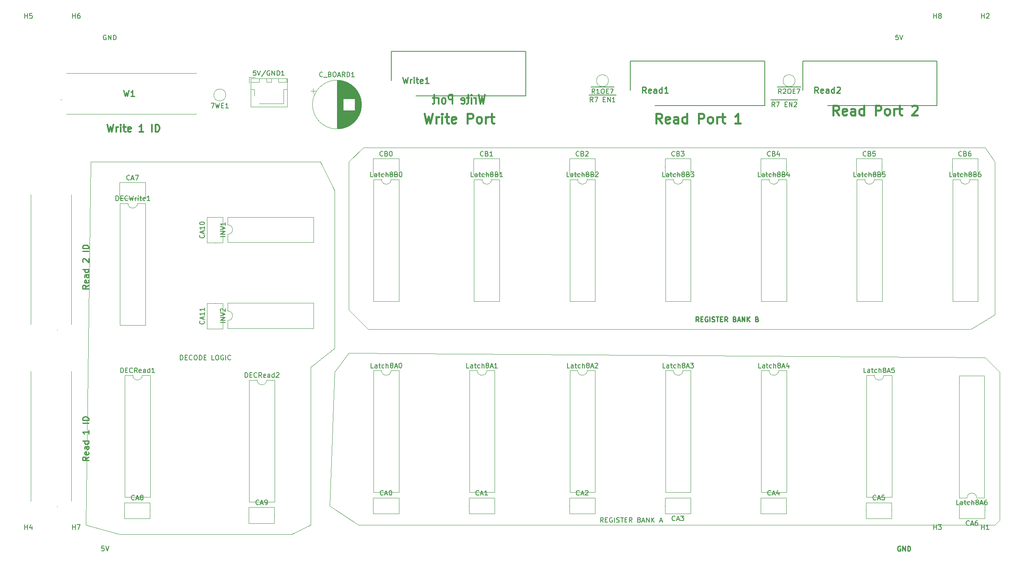
<source format=gbr>
%TF.GenerationSoftware,KiCad,Pcbnew,(5.1.10)-1*%
%TF.CreationDate,2021-10-27T21:26:05+02:00*%
%TF.ProjectId,General Purpose RF,47656e65-7261-46c2-9050-7572706f7365,rev1.0*%
%TF.SameCoordinates,Original*%
%TF.FileFunction,Legend,Top*%
%TF.FilePolarity,Positive*%
%FSLAX46Y46*%
G04 Gerber Fmt 4.6, Leading zero omitted, Abs format (unit mm)*
G04 Created by KiCad (PCBNEW (5.1.10)-1) date 2021-10-27 21:26:05*
%MOMM*%
%LPD*%
G01*
G04 APERTURE LIST*
%ADD10C,0.150000*%
%ADD11C,0.250000*%
%ADD12C,0.120000*%
%ADD13C,0.300000*%
%ADD14C,0.200000*%
%ADD15C,0.400000*%
%ADD16C,0.375000*%
%ADD17C,0.050000*%
%ADD18C,0.100000*%
%ADD19C,0.254000*%
G04 APERTURE END LIST*
D10*
X86761904Y-95452380D02*
X86761904Y-94452380D01*
X87000000Y-94452380D01*
X87142857Y-94500000D01*
X87238095Y-94595238D01*
X87285714Y-94690476D01*
X87333333Y-94880952D01*
X87333333Y-95023809D01*
X87285714Y-95214285D01*
X87238095Y-95309523D01*
X87142857Y-95404761D01*
X87000000Y-95452380D01*
X86761904Y-95452380D01*
X87761904Y-94928571D02*
X88095238Y-94928571D01*
X88238095Y-95452380D02*
X87761904Y-95452380D01*
X87761904Y-94452380D01*
X88238095Y-94452380D01*
X89238095Y-95357142D02*
X89190476Y-95404761D01*
X89047619Y-95452380D01*
X88952380Y-95452380D01*
X88809523Y-95404761D01*
X88714285Y-95309523D01*
X88666666Y-95214285D01*
X88619047Y-95023809D01*
X88619047Y-94880952D01*
X88666666Y-94690476D01*
X88714285Y-94595238D01*
X88809523Y-94500000D01*
X88952380Y-94452380D01*
X89047619Y-94452380D01*
X89190476Y-94500000D01*
X89238095Y-94547619D01*
X89857142Y-94452380D02*
X90047619Y-94452380D01*
X90142857Y-94500000D01*
X90238095Y-94595238D01*
X90285714Y-94785714D01*
X90285714Y-95119047D01*
X90238095Y-95309523D01*
X90142857Y-95404761D01*
X90047619Y-95452380D01*
X89857142Y-95452380D01*
X89761904Y-95404761D01*
X89666666Y-95309523D01*
X89619047Y-95119047D01*
X89619047Y-94785714D01*
X89666666Y-94595238D01*
X89761904Y-94500000D01*
X89857142Y-94452380D01*
X90714285Y-95452380D02*
X90714285Y-94452380D01*
X90952380Y-94452380D01*
X91095238Y-94500000D01*
X91190476Y-94595238D01*
X91238095Y-94690476D01*
X91285714Y-94880952D01*
X91285714Y-95023809D01*
X91238095Y-95214285D01*
X91190476Y-95309523D01*
X91095238Y-95404761D01*
X90952380Y-95452380D01*
X90714285Y-95452380D01*
X91714285Y-94928571D02*
X92047619Y-94928571D01*
X92190476Y-95452380D02*
X91714285Y-95452380D01*
X91714285Y-94452380D01*
X92190476Y-94452380D01*
X93857142Y-95452380D02*
X93380952Y-95452380D01*
X93380952Y-94452380D01*
X94380952Y-94452380D02*
X94571428Y-94452380D01*
X94666666Y-94500000D01*
X94761904Y-94595238D01*
X94809523Y-94785714D01*
X94809523Y-95119047D01*
X94761904Y-95309523D01*
X94666666Y-95404761D01*
X94571428Y-95452380D01*
X94380952Y-95452380D01*
X94285714Y-95404761D01*
X94190476Y-95309523D01*
X94142857Y-95119047D01*
X94142857Y-94785714D01*
X94190476Y-94595238D01*
X94285714Y-94500000D01*
X94380952Y-94452380D01*
X95761904Y-94500000D02*
X95666666Y-94452380D01*
X95523809Y-94452380D01*
X95380952Y-94500000D01*
X95285714Y-94595238D01*
X95238095Y-94690476D01*
X95190476Y-94880952D01*
X95190476Y-95023809D01*
X95238095Y-95214285D01*
X95285714Y-95309523D01*
X95380952Y-95404761D01*
X95523809Y-95452380D01*
X95619047Y-95452380D01*
X95761904Y-95404761D01*
X95809523Y-95357142D01*
X95809523Y-95023809D01*
X95619047Y-95023809D01*
X96238095Y-95452380D02*
X96238095Y-94452380D01*
X97285714Y-95357142D02*
X97238095Y-95404761D01*
X97095238Y-95452380D01*
X97000000Y-95452380D01*
X96857142Y-95404761D01*
X96761904Y-95309523D01*
X96714285Y-95214285D01*
X96666666Y-95023809D01*
X96666666Y-94880952D01*
X96714285Y-94690476D01*
X96761904Y-94595238D01*
X96857142Y-94500000D01*
X97000000Y-94452380D01*
X97095238Y-94452380D01*
X97238095Y-94500000D01*
X97285714Y-94547619D01*
X175166666Y-129452380D02*
X174833333Y-128976190D01*
X174595238Y-129452380D02*
X174595238Y-128452380D01*
X174976190Y-128452380D01*
X175071428Y-128500000D01*
X175119047Y-128547619D01*
X175166666Y-128642857D01*
X175166666Y-128785714D01*
X175119047Y-128880952D01*
X175071428Y-128928571D01*
X174976190Y-128976190D01*
X174595238Y-128976190D01*
X175595238Y-128928571D02*
X175928571Y-128928571D01*
X176071428Y-129452380D02*
X175595238Y-129452380D01*
X175595238Y-128452380D01*
X176071428Y-128452380D01*
X177023809Y-128500000D02*
X176928571Y-128452380D01*
X176785714Y-128452380D01*
X176642857Y-128500000D01*
X176547619Y-128595238D01*
X176500000Y-128690476D01*
X176452380Y-128880952D01*
X176452380Y-129023809D01*
X176500000Y-129214285D01*
X176547619Y-129309523D01*
X176642857Y-129404761D01*
X176785714Y-129452380D01*
X176880952Y-129452380D01*
X177023809Y-129404761D01*
X177071428Y-129357142D01*
X177071428Y-129023809D01*
X176880952Y-129023809D01*
X177500000Y-129452380D02*
X177500000Y-128452380D01*
X177928571Y-129404761D02*
X178071428Y-129452380D01*
X178309523Y-129452380D01*
X178404761Y-129404761D01*
X178452380Y-129357142D01*
X178500000Y-129261904D01*
X178500000Y-129166666D01*
X178452380Y-129071428D01*
X178404761Y-129023809D01*
X178309523Y-128976190D01*
X178119047Y-128928571D01*
X178023809Y-128880952D01*
X177976190Y-128833333D01*
X177928571Y-128738095D01*
X177928571Y-128642857D01*
X177976190Y-128547619D01*
X178023809Y-128500000D01*
X178119047Y-128452380D01*
X178357142Y-128452380D01*
X178500000Y-128500000D01*
X178785714Y-128452380D02*
X179357142Y-128452380D01*
X179071428Y-129452380D02*
X179071428Y-128452380D01*
X179690476Y-128928571D02*
X180023809Y-128928571D01*
X180166666Y-129452380D02*
X179690476Y-129452380D01*
X179690476Y-128452380D01*
X180166666Y-128452380D01*
X181166666Y-129452380D02*
X180833333Y-128976190D01*
X180595238Y-129452380D02*
X180595238Y-128452380D01*
X180976190Y-128452380D01*
X181071428Y-128500000D01*
X181119047Y-128547619D01*
X181166666Y-128642857D01*
X181166666Y-128785714D01*
X181119047Y-128880952D01*
X181071428Y-128928571D01*
X180976190Y-128976190D01*
X180595238Y-128976190D01*
X182690476Y-128928571D02*
X182833333Y-128976190D01*
X182880952Y-129023809D01*
X182928571Y-129119047D01*
X182928571Y-129261904D01*
X182880952Y-129357142D01*
X182833333Y-129404761D01*
X182738095Y-129452380D01*
X182357142Y-129452380D01*
X182357142Y-128452380D01*
X182690476Y-128452380D01*
X182785714Y-128500000D01*
X182833333Y-128547619D01*
X182880952Y-128642857D01*
X182880952Y-128738095D01*
X182833333Y-128833333D01*
X182785714Y-128880952D01*
X182690476Y-128928571D01*
X182357142Y-128928571D01*
X183309523Y-129166666D02*
X183785714Y-129166666D01*
X183214285Y-129452380D02*
X183547619Y-128452380D01*
X183880952Y-129452380D01*
X184214285Y-129452380D02*
X184214285Y-128452380D01*
X184785714Y-129452380D01*
X184785714Y-128452380D01*
X185261904Y-129452380D02*
X185261904Y-128452380D01*
X185833333Y-129452380D02*
X185404761Y-128880952D01*
X185833333Y-128452380D02*
X185261904Y-129023809D01*
X186976190Y-129166666D02*
X187452380Y-129166666D01*
X186880952Y-129452380D02*
X187214285Y-128452380D01*
X187547619Y-129452380D01*
D11*
X195095238Y-87452380D02*
X194761904Y-86976190D01*
X194523809Y-87452380D02*
X194523809Y-86452380D01*
X194904761Y-86452380D01*
X195000000Y-86500000D01*
X195047619Y-86547619D01*
X195095238Y-86642857D01*
X195095238Y-86785714D01*
X195047619Y-86880952D01*
X195000000Y-86928571D01*
X194904761Y-86976190D01*
X194523809Y-86976190D01*
X195523809Y-86928571D02*
X195857142Y-86928571D01*
X196000000Y-87452380D02*
X195523809Y-87452380D01*
X195523809Y-86452380D01*
X196000000Y-86452380D01*
X196952380Y-86500000D02*
X196857142Y-86452380D01*
X196714285Y-86452380D01*
X196571428Y-86500000D01*
X196476190Y-86595238D01*
X196428571Y-86690476D01*
X196380952Y-86880952D01*
X196380952Y-87023809D01*
X196428571Y-87214285D01*
X196476190Y-87309523D01*
X196571428Y-87404761D01*
X196714285Y-87452380D01*
X196809523Y-87452380D01*
X196952380Y-87404761D01*
X197000000Y-87357142D01*
X197000000Y-87023809D01*
X196809523Y-87023809D01*
X197428571Y-87452380D02*
X197428571Y-86452380D01*
X197857142Y-87404761D02*
X198000000Y-87452380D01*
X198238095Y-87452380D01*
X198333333Y-87404761D01*
X198380952Y-87357142D01*
X198428571Y-87261904D01*
X198428571Y-87166666D01*
X198380952Y-87071428D01*
X198333333Y-87023809D01*
X198238095Y-86976190D01*
X198047619Y-86928571D01*
X197952380Y-86880952D01*
X197904761Y-86833333D01*
X197857142Y-86738095D01*
X197857142Y-86642857D01*
X197904761Y-86547619D01*
X197952380Y-86500000D01*
X198047619Y-86452380D01*
X198285714Y-86452380D01*
X198428571Y-86500000D01*
X198714285Y-86452380D02*
X199285714Y-86452380D01*
X199000000Y-87452380D02*
X199000000Y-86452380D01*
X199619047Y-86928571D02*
X199952380Y-86928571D01*
X200095238Y-87452380D02*
X199619047Y-87452380D01*
X199619047Y-86452380D01*
X200095238Y-86452380D01*
X201095238Y-87452380D02*
X200761904Y-86976190D01*
X200523809Y-87452380D02*
X200523809Y-86452380D01*
X200904761Y-86452380D01*
X201000000Y-86500000D01*
X201047619Y-86547619D01*
X201095238Y-86642857D01*
X201095238Y-86785714D01*
X201047619Y-86880952D01*
X201000000Y-86928571D01*
X200904761Y-86976190D01*
X200523809Y-86976190D01*
X202619047Y-86928571D02*
X202761904Y-86976190D01*
X202809523Y-87023809D01*
X202857142Y-87119047D01*
X202857142Y-87261904D01*
X202809523Y-87357142D01*
X202761904Y-87404761D01*
X202666666Y-87452380D01*
X202285714Y-87452380D01*
X202285714Y-86452380D01*
X202619047Y-86452380D01*
X202714285Y-86500000D01*
X202761904Y-86547619D01*
X202809523Y-86642857D01*
X202809523Y-86738095D01*
X202761904Y-86833333D01*
X202714285Y-86880952D01*
X202619047Y-86928571D01*
X202285714Y-86928571D01*
X203238095Y-87166666D02*
X203714285Y-87166666D01*
X203142857Y-87452380D02*
X203476190Y-86452380D01*
X203809523Y-87452380D01*
X204142857Y-87452380D02*
X204142857Y-86452380D01*
X204714285Y-87452380D01*
X204714285Y-86452380D01*
X205190476Y-87452380D02*
X205190476Y-86452380D01*
X205761904Y-87452380D02*
X205333333Y-86880952D01*
X205761904Y-86452380D02*
X205190476Y-87023809D01*
X207285714Y-86928571D02*
X207428571Y-86976190D01*
X207476190Y-87023809D01*
X207523809Y-87119047D01*
X207523809Y-87261904D01*
X207476190Y-87357142D01*
X207428571Y-87404761D01*
X207333333Y-87452380D01*
X206952380Y-87452380D01*
X206952380Y-86452380D01*
X207285714Y-86452380D01*
X207380952Y-86500000D01*
X207428571Y-86547619D01*
X207476190Y-86642857D01*
X207476190Y-86738095D01*
X207428571Y-86833333D01*
X207380952Y-86880952D01*
X207285714Y-86928571D01*
X206952380Y-86928571D01*
D12*
X116000000Y-54000000D02*
X68000000Y-54000000D01*
X119000000Y-60000000D02*
X116000000Y-54000000D01*
X119000000Y-93000000D02*
X119000000Y-60000000D01*
X114000000Y-97000000D02*
X119000000Y-93000000D01*
X114000000Y-130000000D02*
X114000000Y-97000000D01*
X110000000Y-132000000D02*
X114000000Y-130000000D01*
X74000000Y-132000000D02*
X110000000Y-132000000D01*
X67000000Y-130000000D02*
X74000000Y-132000000D01*
X68000000Y-54000000D02*
X67000000Y-130000000D01*
X118000000Y-126000000D02*
X119000000Y-98000000D01*
X124000000Y-130000000D02*
X118000000Y-126000000D01*
X257000000Y-130000000D02*
X124000000Y-130000000D01*
X258000000Y-129000000D02*
X257000000Y-130000000D01*
X258000000Y-98000000D02*
X258000000Y-129000000D01*
X255000000Y-95000000D02*
X258000000Y-98000000D01*
X122000000Y-94000000D02*
X255000000Y-95000000D01*
X119000000Y-98000000D02*
X122000000Y-94000000D01*
X122000000Y-54000000D02*
X122000000Y-85000000D01*
X125000000Y-51000000D02*
X122000000Y-54000000D01*
X255000000Y-51000000D02*
X125000000Y-51000000D01*
X257000000Y-54000000D02*
X255000000Y-51000000D01*
X257000000Y-86000000D02*
X257000000Y-54000000D01*
X252000000Y-89000000D02*
X257000000Y-86000000D01*
X126000000Y-89000000D02*
X252000000Y-89000000D01*
X122000000Y-85000000D02*
X126000000Y-89000000D01*
D10*
X236809523Y-27452380D02*
X236333333Y-27452380D01*
X236285714Y-27928571D01*
X236333333Y-27880952D01*
X236428571Y-27833333D01*
X236666666Y-27833333D01*
X236761904Y-27880952D01*
X236809523Y-27928571D01*
X236857142Y-28023809D01*
X236857142Y-28261904D01*
X236809523Y-28357142D01*
X236761904Y-28404761D01*
X236666666Y-28452380D01*
X236428571Y-28452380D01*
X236333333Y-28404761D01*
X236285714Y-28357142D01*
X237142857Y-27452380D02*
X237476190Y-28452380D01*
X237809523Y-27452380D01*
X71238095Y-27500000D02*
X71142857Y-27452380D01*
X71000000Y-27452380D01*
X70857142Y-27500000D01*
X70761904Y-27595238D01*
X70714285Y-27690476D01*
X70666666Y-27880952D01*
X70666666Y-28023809D01*
X70714285Y-28214285D01*
X70761904Y-28309523D01*
X70857142Y-28404761D01*
X71000000Y-28452380D01*
X71095238Y-28452380D01*
X71238095Y-28404761D01*
X71285714Y-28357142D01*
X71285714Y-28023809D01*
X71095238Y-28023809D01*
X71714285Y-28452380D02*
X71714285Y-27452380D01*
X72285714Y-28452380D01*
X72285714Y-27452380D01*
X72761904Y-28452380D02*
X72761904Y-27452380D01*
X73000000Y-27452380D01*
X73142857Y-27500000D01*
X73238095Y-27595238D01*
X73285714Y-27690476D01*
X73333333Y-27880952D01*
X73333333Y-28023809D01*
X73285714Y-28214285D01*
X73238095Y-28309523D01*
X73142857Y-28404761D01*
X73000000Y-28452380D01*
X72761904Y-28452380D01*
X70809523Y-134452380D02*
X70333333Y-134452380D01*
X70285714Y-134928571D01*
X70333333Y-134880952D01*
X70428571Y-134833333D01*
X70666666Y-134833333D01*
X70761904Y-134880952D01*
X70809523Y-134928571D01*
X70857142Y-135023809D01*
X70857142Y-135261904D01*
X70809523Y-135357142D01*
X70761904Y-135404761D01*
X70666666Y-135452380D01*
X70428571Y-135452380D01*
X70333333Y-135404761D01*
X70285714Y-135357142D01*
X71142857Y-134452380D02*
X71476190Y-135452380D01*
X71809523Y-134452380D01*
D11*
X237238095Y-134500000D02*
X237142857Y-134452380D01*
X237000000Y-134452380D01*
X236857142Y-134500000D01*
X236761904Y-134595238D01*
X236714285Y-134690476D01*
X236666666Y-134880952D01*
X236666666Y-135023809D01*
X236714285Y-135214285D01*
X236761904Y-135309523D01*
X236857142Y-135404761D01*
X237000000Y-135452380D01*
X237095238Y-135452380D01*
X237238095Y-135404761D01*
X237285714Y-135357142D01*
X237285714Y-135023809D01*
X237095238Y-135023809D01*
X237714285Y-135452380D02*
X237714285Y-134452380D01*
X238285714Y-135452380D01*
X238285714Y-134452380D01*
X238761904Y-135452380D02*
X238761904Y-134452380D01*
X239000000Y-134452380D01*
X239142857Y-134500000D01*
X239238095Y-134595238D01*
X239285714Y-134690476D01*
X239333333Y-134880952D01*
X239333333Y-135023809D01*
X239285714Y-135214285D01*
X239238095Y-135309523D01*
X239142857Y-135404761D01*
X239000000Y-135452380D01*
X238761904Y-135452380D01*
D13*
X71500000Y-46178571D02*
X71857142Y-47678571D01*
X72142857Y-46607142D01*
X72428571Y-47678571D01*
X72785714Y-46178571D01*
X73357142Y-47678571D02*
X73357142Y-46678571D01*
X73357142Y-46964285D02*
X73428571Y-46821428D01*
X73500000Y-46750000D01*
X73642857Y-46678571D01*
X73785714Y-46678571D01*
X74285714Y-47678571D02*
X74285714Y-46678571D01*
X74285714Y-46178571D02*
X74214285Y-46250000D01*
X74285714Y-46321428D01*
X74357142Y-46250000D01*
X74285714Y-46178571D01*
X74285714Y-46321428D01*
X74785714Y-46678571D02*
X75357142Y-46678571D01*
X75000000Y-46178571D02*
X75000000Y-47464285D01*
X75071428Y-47607142D01*
X75214285Y-47678571D01*
X75357142Y-47678571D01*
X76428571Y-47607142D02*
X76285714Y-47678571D01*
X76000000Y-47678571D01*
X75857142Y-47607142D01*
X75785714Y-47464285D01*
X75785714Y-46892857D01*
X75857142Y-46750000D01*
X76000000Y-46678571D01*
X76285714Y-46678571D01*
X76428571Y-46750000D01*
X76500000Y-46892857D01*
X76500000Y-47035714D01*
X75785714Y-47178571D01*
X79071428Y-47678571D02*
X78214285Y-47678571D01*
X78642857Y-47678571D02*
X78642857Y-46178571D01*
X78500000Y-46392857D01*
X78357142Y-46535714D01*
X78214285Y-46607142D01*
X80857142Y-47678571D02*
X80857142Y-46178571D01*
X81571428Y-47678571D02*
X81571428Y-46178571D01*
X81928571Y-46178571D01*
X82142857Y-46250000D01*
X82285714Y-46392857D01*
X82357142Y-46535714D01*
X82428571Y-46821428D01*
X82428571Y-47035714D01*
X82357142Y-47321428D01*
X82285714Y-47464285D01*
X82142857Y-47607142D01*
X81928571Y-47678571D01*
X81571428Y-47678571D01*
D14*
X172190476Y-40020000D02*
X173190476Y-40020000D01*
X173000000Y-41452380D02*
X172666666Y-40976190D01*
X172428571Y-41452380D02*
X172428571Y-40452380D01*
X172809523Y-40452380D01*
X172904761Y-40500000D01*
X172952380Y-40547619D01*
X173000000Y-40642857D01*
X173000000Y-40785714D01*
X172952380Y-40880952D01*
X172904761Y-40928571D01*
X172809523Y-40976190D01*
X172428571Y-40976190D01*
X173190476Y-40020000D02*
X174142857Y-40020000D01*
X173333333Y-40452380D02*
X174000000Y-40452380D01*
X173571428Y-41452380D01*
X174142857Y-40020000D02*
X174904761Y-40020000D01*
X174904761Y-40020000D02*
X175809523Y-40020000D01*
X175142857Y-40928571D02*
X175476190Y-40928571D01*
X175619047Y-41452380D02*
X175142857Y-41452380D01*
X175142857Y-40452380D01*
X175619047Y-40452380D01*
X175809523Y-40020000D02*
X176857142Y-40020000D01*
X176047619Y-41452380D02*
X176047619Y-40452380D01*
X176619047Y-41452380D01*
X176619047Y-40452380D01*
X176857142Y-40020000D02*
X177809523Y-40020000D01*
X177619047Y-41452380D02*
X177047619Y-41452380D01*
X177333333Y-41452380D02*
X177333333Y-40452380D01*
X177238095Y-40595238D01*
X177142857Y-40690476D01*
X177047619Y-40738095D01*
X210190476Y-41020000D02*
X211190476Y-41020000D01*
X211000000Y-42452380D02*
X210666666Y-41976190D01*
X210428571Y-42452380D02*
X210428571Y-41452380D01*
X210809523Y-41452380D01*
X210904761Y-41500000D01*
X210952380Y-41547619D01*
X211000000Y-41642857D01*
X211000000Y-41785714D01*
X210952380Y-41880952D01*
X210904761Y-41928571D01*
X210809523Y-41976190D01*
X210428571Y-41976190D01*
X211190476Y-41020000D02*
X212142857Y-41020000D01*
X211333333Y-41452380D02*
X212000000Y-41452380D01*
X211571428Y-42452380D01*
X212142857Y-41020000D02*
X212904761Y-41020000D01*
X212904761Y-41020000D02*
X213809523Y-41020000D01*
X213142857Y-41928571D02*
X213476190Y-41928571D01*
X213619047Y-42452380D02*
X213142857Y-42452380D01*
X213142857Y-41452380D01*
X213619047Y-41452380D01*
X213809523Y-41020000D02*
X214857142Y-41020000D01*
X214047619Y-42452380D02*
X214047619Y-41452380D01*
X214619047Y-42452380D01*
X214619047Y-41452380D01*
X214857142Y-41020000D02*
X215809523Y-41020000D01*
X215047619Y-41547619D02*
X215095238Y-41500000D01*
X215190476Y-41452380D01*
X215428571Y-41452380D01*
X215523809Y-41500000D01*
X215571428Y-41547619D01*
X215619047Y-41642857D01*
X215619047Y-41738095D01*
X215571428Y-41880952D01*
X215000000Y-42452380D01*
X215619047Y-42452380D01*
D15*
X224380952Y-44204761D02*
X223714285Y-43252380D01*
X223238095Y-44204761D02*
X223238095Y-42204761D01*
X224000000Y-42204761D01*
X224190476Y-42300000D01*
X224285714Y-42395238D01*
X224380952Y-42585714D01*
X224380952Y-42871428D01*
X224285714Y-43061904D01*
X224190476Y-43157142D01*
X224000000Y-43252380D01*
X223238095Y-43252380D01*
X226000000Y-44109523D02*
X225809523Y-44204761D01*
X225428571Y-44204761D01*
X225238095Y-44109523D01*
X225142857Y-43919047D01*
X225142857Y-43157142D01*
X225238095Y-42966666D01*
X225428571Y-42871428D01*
X225809523Y-42871428D01*
X226000000Y-42966666D01*
X226095238Y-43157142D01*
X226095238Y-43347619D01*
X225142857Y-43538095D01*
X227809523Y-44204761D02*
X227809523Y-43157142D01*
X227714285Y-42966666D01*
X227523809Y-42871428D01*
X227142857Y-42871428D01*
X226952380Y-42966666D01*
X227809523Y-44109523D02*
X227619047Y-44204761D01*
X227142857Y-44204761D01*
X226952380Y-44109523D01*
X226857142Y-43919047D01*
X226857142Y-43728571D01*
X226952380Y-43538095D01*
X227142857Y-43442857D01*
X227619047Y-43442857D01*
X227809523Y-43347619D01*
X229619047Y-44204761D02*
X229619047Y-42204761D01*
X229619047Y-44109523D02*
X229428571Y-44204761D01*
X229047619Y-44204761D01*
X228857142Y-44109523D01*
X228761904Y-44014285D01*
X228666666Y-43823809D01*
X228666666Y-43252380D01*
X228761904Y-43061904D01*
X228857142Y-42966666D01*
X229047619Y-42871428D01*
X229428571Y-42871428D01*
X229619047Y-42966666D01*
X232095238Y-44204761D02*
X232095238Y-42204761D01*
X232857142Y-42204761D01*
X233047619Y-42300000D01*
X233142857Y-42395238D01*
X233238095Y-42585714D01*
X233238095Y-42871428D01*
X233142857Y-43061904D01*
X233047619Y-43157142D01*
X232857142Y-43252380D01*
X232095238Y-43252380D01*
X234380952Y-44204761D02*
X234190476Y-44109523D01*
X234095238Y-44014285D01*
X234000000Y-43823809D01*
X234000000Y-43252380D01*
X234095238Y-43061904D01*
X234190476Y-42966666D01*
X234380952Y-42871428D01*
X234666666Y-42871428D01*
X234857142Y-42966666D01*
X234952380Y-43061904D01*
X235047619Y-43252380D01*
X235047619Y-43823809D01*
X234952380Y-44014285D01*
X234857142Y-44109523D01*
X234666666Y-44204761D01*
X234380952Y-44204761D01*
X235904761Y-44204761D02*
X235904761Y-42871428D01*
X235904761Y-43252380D02*
X236000000Y-43061904D01*
X236095238Y-42966666D01*
X236285714Y-42871428D01*
X236476190Y-42871428D01*
X236857142Y-42871428D02*
X237619047Y-42871428D01*
X237142857Y-42204761D02*
X237142857Y-43919047D01*
X237238095Y-44109523D01*
X237428571Y-44204761D01*
X237619047Y-44204761D01*
X239714285Y-42395238D02*
X239809523Y-42300000D01*
X240000000Y-42204761D01*
X240476190Y-42204761D01*
X240666666Y-42300000D01*
X240761904Y-42395238D01*
X240857142Y-42585714D01*
X240857142Y-42776190D01*
X240761904Y-43061904D01*
X239619047Y-44204761D01*
X240857142Y-44204761D01*
X187380952Y-45904761D02*
X186714285Y-44952380D01*
X186238095Y-45904761D02*
X186238095Y-43904761D01*
X187000000Y-43904761D01*
X187190476Y-44000000D01*
X187285714Y-44095238D01*
X187380952Y-44285714D01*
X187380952Y-44571428D01*
X187285714Y-44761904D01*
X187190476Y-44857142D01*
X187000000Y-44952380D01*
X186238095Y-44952380D01*
X189000000Y-45809523D02*
X188809523Y-45904761D01*
X188428571Y-45904761D01*
X188238095Y-45809523D01*
X188142857Y-45619047D01*
X188142857Y-44857142D01*
X188238095Y-44666666D01*
X188428571Y-44571428D01*
X188809523Y-44571428D01*
X189000000Y-44666666D01*
X189095238Y-44857142D01*
X189095238Y-45047619D01*
X188142857Y-45238095D01*
X190809523Y-45904761D02*
X190809523Y-44857142D01*
X190714285Y-44666666D01*
X190523809Y-44571428D01*
X190142857Y-44571428D01*
X189952380Y-44666666D01*
X190809523Y-45809523D02*
X190619047Y-45904761D01*
X190142857Y-45904761D01*
X189952380Y-45809523D01*
X189857142Y-45619047D01*
X189857142Y-45428571D01*
X189952380Y-45238095D01*
X190142857Y-45142857D01*
X190619047Y-45142857D01*
X190809523Y-45047619D01*
X192619047Y-45904761D02*
X192619047Y-43904761D01*
X192619047Y-45809523D02*
X192428571Y-45904761D01*
X192047619Y-45904761D01*
X191857142Y-45809523D01*
X191761904Y-45714285D01*
X191666666Y-45523809D01*
X191666666Y-44952380D01*
X191761904Y-44761904D01*
X191857142Y-44666666D01*
X192047619Y-44571428D01*
X192428571Y-44571428D01*
X192619047Y-44666666D01*
X195095238Y-45904761D02*
X195095238Y-43904761D01*
X195857142Y-43904761D01*
X196047619Y-44000000D01*
X196142857Y-44095238D01*
X196238095Y-44285714D01*
X196238095Y-44571428D01*
X196142857Y-44761904D01*
X196047619Y-44857142D01*
X195857142Y-44952380D01*
X195095238Y-44952380D01*
X197380952Y-45904761D02*
X197190476Y-45809523D01*
X197095238Y-45714285D01*
X197000000Y-45523809D01*
X197000000Y-44952380D01*
X197095238Y-44761904D01*
X197190476Y-44666666D01*
X197380952Y-44571428D01*
X197666666Y-44571428D01*
X197857142Y-44666666D01*
X197952380Y-44761904D01*
X198047619Y-44952380D01*
X198047619Y-45523809D01*
X197952380Y-45714285D01*
X197857142Y-45809523D01*
X197666666Y-45904761D01*
X197380952Y-45904761D01*
X198904761Y-45904761D02*
X198904761Y-44571428D01*
X198904761Y-44952380D02*
X199000000Y-44761904D01*
X199095238Y-44666666D01*
X199285714Y-44571428D01*
X199476190Y-44571428D01*
X199857142Y-44571428D02*
X200619047Y-44571428D01*
X200142857Y-43904761D02*
X200142857Y-45619047D01*
X200238095Y-45809523D01*
X200428571Y-45904761D01*
X200619047Y-45904761D01*
X203857142Y-45904761D02*
X202714285Y-45904761D01*
X203285714Y-45904761D02*
X203285714Y-43904761D01*
X203095238Y-44190476D01*
X202904761Y-44380952D01*
X202714285Y-44476190D01*
X137761904Y-43904761D02*
X138238095Y-45904761D01*
X138619047Y-44476190D01*
X139000000Y-45904761D01*
X139476190Y-43904761D01*
X140238095Y-45904761D02*
X140238095Y-44571428D01*
X140238095Y-44952380D02*
X140333333Y-44761904D01*
X140428571Y-44666666D01*
X140619047Y-44571428D01*
X140809523Y-44571428D01*
X141476190Y-45904761D02*
X141476190Y-44571428D01*
X141476190Y-43904761D02*
X141380952Y-44000000D01*
X141476190Y-44095238D01*
X141571428Y-44000000D01*
X141476190Y-43904761D01*
X141476190Y-44095238D01*
X142142857Y-44571428D02*
X142904761Y-44571428D01*
X142428571Y-43904761D02*
X142428571Y-45619047D01*
X142523809Y-45809523D01*
X142714285Y-45904761D01*
X142904761Y-45904761D01*
X144333333Y-45809523D02*
X144142857Y-45904761D01*
X143761904Y-45904761D01*
X143571428Y-45809523D01*
X143476190Y-45619047D01*
X143476190Y-44857142D01*
X143571428Y-44666666D01*
X143761904Y-44571428D01*
X144142857Y-44571428D01*
X144333333Y-44666666D01*
X144428571Y-44857142D01*
X144428571Y-45047619D01*
X143476190Y-45238095D01*
X146809523Y-45904761D02*
X146809523Y-43904761D01*
X147571428Y-43904761D01*
X147761904Y-44000000D01*
X147857142Y-44095238D01*
X147952380Y-44285714D01*
X147952380Y-44571428D01*
X147857142Y-44761904D01*
X147761904Y-44857142D01*
X147571428Y-44952380D01*
X146809523Y-44952380D01*
X149095238Y-45904761D02*
X148904761Y-45809523D01*
X148809523Y-45714285D01*
X148714285Y-45523809D01*
X148714285Y-44952380D01*
X148809523Y-44761904D01*
X148904761Y-44666666D01*
X149095238Y-44571428D01*
X149380952Y-44571428D01*
X149571428Y-44666666D01*
X149666666Y-44761904D01*
X149761904Y-44952380D01*
X149761904Y-45523809D01*
X149666666Y-45714285D01*
X149571428Y-45809523D01*
X149380952Y-45904761D01*
X149095238Y-45904761D01*
X150619047Y-45904761D02*
X150619047Y-44571428D01*
X150619047Y-44952380D02*
X150714285Y-44761904D01*
X150809523Y-44666666D01*
X151000000Y-44571428D01*
X151190476Y-44571428D01*
X151571428Y-44571428D02*
X152333333Y-44571428D01*
X151857142Y-43904761D02*
X151857142Y-45619047D01*
X151952380Y-45809523D01*
X152142857Y-45904761D01*
X152333333Y-45904761D01*
D16*
X150428571Y-39904761D02*
X150071428Y-41904761D01*
X149785714Y-40476190D01*
X149500000Y-41904761D01*
X149142857Y-39904761D01*
X148571428Y-41904761D02*
X148571428Y-40571428D01*
X148571428Y-40952380D02*
X148500000Y-40761904D01*
X148428571Y-40666666D01*
X148285714Y-40571428D01*
X148142857Y-40571428D01*
X147642857Y-41904761D02*
X147642857Y-40571428D01*
X147642857Y-39904761D02*
X147714285Y-40000000D01*
X147642857Y-40095238D01*
X147571428Y-40000000D01*
X147642857Y-39904761D01*
X147642857Y-40095238D01*
X147142857Y-40571428D02*
X146571428Y-40571428D01*
X146928571Y-39904761D02*
X146928571Y-41619047D01*
X146857142Y-41809523D01*
X146714285Y-41904761D01*
X146571428Y-41904761D01*
X145500000Y-41809523D02*
X145642857Y-41904761D01*
X145928571Y-41904761D01*
X146071428Y-41809523D01*
X146142857Y-41619047D01*
X146142857Y-40857142D01*
X146071428Y-40666666D01*
X145928571Y-40571428D01*
X145642857Y-40571428D01*
X145500000Y-40666666D01*
X145428571Y-40857142D01*
X145428571Y-41047619D01*
X146142857Y-41238095D01*
X143642857Y-41904761D02*
X143642857Y-39904761D01*
X143071428Y-39904761D01*
X142928571Y-40000000D01*
X142857142Y-40095238D01*
X142785714Y-40285714D01*
X142785714Y-40571428D01*
X142857142Y-40761904D01*
X142928571Y-40857142D01*
X143071428Y-40952380D01*
X143642857Y-40952380D01*
X141928571Y-41904761D02*
X142071428Y-41809523D01*
X142142857Y-41714285D01*
X142214285Y-41523809D01*
X142214285Y-40952380D01*
X142142857Y-40761904D01*
X142071428Y-40666666D01*
X141928571Y-40571428D01*
X141714285Y-40571428D01*
X141571428Y-40666666D01*
X141500000Y-40761904D01*
X141428571Y-40952380D01*
X141428571Y-41523809D01*
X141500000Y-41714285D01*
X141571428Y-41809523D01*
X141714285Y-41904761D01*
X141928571Y-41904761D01*
X140785714Y-41904761D02*
X140785714Y-40571428D01*
X140785714Y-40952380D02*
X140714285Y-40761904D01*
X140642857Y-40666666D01*
X140500000Y-40571428D01*
X140357142Y-40571428D01*
X140071428Y-40571428D02*
X139500000Y-40571428D01*
X139857142Y-39904761D02*
X139857142Y-41619047D01*
X139785714Y-41809523D01*
X139642857Y-41904761D01*
X139500000Y-41904761D01*
D12*
%TO.C,C_BOARD1*%
X114520354Y-38625000D02*
X114520354Y-39625000D01*
X114020354Y-39125000D02*
X115020354Y-39125000D01*
X124581000Y-41401000D02*
X124581000Y-42599000D01*
X124541000Y-41138000D02*
X124541000Y-42862000D01*
X124501000Y-40938000D02*
X124501000Y-43062000D01*
X124461000Y-40770000D02*
X124461000Y-43230000D01*
X124421000Y-40622000D02*
X124421000Y-43378000D01*
X124381000Y-40490000D02*
X124381000Y-43510000D01*
X124341000Y-40370000D02*
X124341000Y-43630000D01*
X124301000Y-40258000D02*
X124301000Y-43742000D01*
X124261000Y-40154000D02*
X124261000Y-43846000D01*
X124221000Y-40056000D02*
X124221000Y-43944000D01*
X124181000Y-39963000D02*
X124181000Y-44037000D01*
X124141000Y-39875000D02*
X124141000Y-44125000D01*
X124101000Y-39791000D02*
X124101000Y-44209000D01*
X124061000Y-39711000D02*
X124061000Y-44289000D01*
X124021000Y-39635000D02*
X124021000Y-44365000D01*
X123981000Y-39561000D02*
X123981000Y-44439000D01*
X123941000Y-39490000D02*
X123941000Y-44510000D01*
X123901000Y-39421000D02*
X123901000Y-44579000D01*
X123861000Y-39355000D02*
X123861000Y-44645000D01*
X123821000Y-39291000D02*
X123821000Y-44709000D01*
X123781000Y-39230000D02*
X123781000Y-44770000D01*
X123741000Y-39170000D02*
X123741000Y-44830000D01*
X123701000Y-39111000D02*
X123701000Y-44889000D01*
X123661000Y-39055000D02*
X123661000Y-44945000D01*
X123621000Y-39000000D02*
X123621000Y-45000000D01*
X123581000Y-38946000D02*
X123581000Y-45054000D01*
X123541000Y-38894000D02*
X123541000Y-45106000D01*
X123501000Y-38844000D02*
X123501000Y-45156000D01*
X123461000Y-38794000D02*
X123461000Y-45206000D01*
X123421000Y-38746000D02*
X123421000Y-45254000D01*
X123381000Y-38699000D02*
X123381000Y-45301000D01*
X123341000Y-38653000D02*
X123341000Y-45347000D01*
X123301000Y-38608000D02*
X123301000Y-45392000D01*
X123261000Y-38564000D02*
X123261000Y-45436000D01*
X123221000Y-43241000D02*
X123221000Y-45478000D01*
X123221000Y-38522000D02*
X123221000Y-40759000D01*
X123181000Y-43241000D02*
X123181000Y-45520000D01*
X123181000Y-38480000D02*
X123181000Y-40759000D01*
X123141000Y-43241000D02*
X123141000Y-45561000D01*
X123141000Y-38439000D02*
X123141000Y-40759000D01*
X123101000Y-43241000D02*
X123101000Y-45601000D01*
X123101000Y-38399000D02*
X123101000Y-40759000D01*
X123061000Y-43241000D02*
X123061000Y-45640000D01*
X123061000Y-38360000D02*
X123061000Y-40759000D01*
X123021000Y-43241000D02*
X123021000Y-45679000D01*
X123021000Y-38321000D02*
X123021000Y-40759000D01*
X122981000Y-43241000D02*
X122981000Y-45716000D01*
X122981000Y-38284000D02*
X122981000Y-40759000D01*
X122941000Y-43241000D02*
X122941000Y-45753000D01*
X122941000Y-38247000D02*
X122941000Y-40759000D01*
X122901000Y-43241000D02*
X122901000Y-45789000D01*
X122901000Y-38211000D02*
X122901000Y-40759000D01*
X122861000Y-43241000D02*
X122861000Y-45824000D01*
X122861000Y-38176000D02*
X122861000Y-40759000D01*
X122821000Y-43241000D02*
X122821000Y-45858000D01*
X122821000Y-38142000D02*
X122821000Y-40759000D01*
X122781000Y-43241000D02*
X122781000Y-45892000D01*
X122781000Y-38108000D02*
X122781000Y-40759000D01*
X122741000Y-43241000D02*
X122741000Y-45925000D01*
X122741000Y-38075000D02*
X122741000Y-40759000D01*
X122701000Y-43241000D02*
X122701000Y-45957000D01*
X122701000Y-38043000D02*
X122701000Y-40759000D01*
X122661000Y-43241000D02*
X122661000Y-45989000D01*
X122661000Y-38011000D02*
X122661000Y-40759000D01*
X122621000Y-43241000D02*
X122621000Y-46020000D01*
X122621000Y-37980000D02*
X122621000Y-40759000D01*
X122581000Y-43241000D02*
X122581000Y-46050000D01*
X122581000Y-37950000D02*
X122581000Y-40759000D01*
X122541000Y-43241000D02*
X122541000Y-46080000D01*
X122541000Y-37920000D02*
X122541000Y-40759000D01*
X122501000Y-43241000D02*
X122501000Y-46110000D01*
X122501000Y-37890000D02*
X122501000Y-40759000D01*
X122461000Y-43241000D02*
X122461000Y-46138000D01*
X122461000Y-37862000D02*
X122461000Y-40759000D01*
X122421000Y-43241000D02*
X122421000Y-46166000D01*
X122421000Y-37834000D02*
X122421000Y-40759000D01*
X122381000Y-43241000D02*
X122381000Y-46194000D01*
X122381000Y-37806000D02*
X122381000Y-40759000D01*
X122341000Y-43241000D02*
X122341000Y-46221000D01*
X122341000Y-37779000D02*
X122341000Y-40759000D01*
X122301000Y-43241000D02*
X122301000Y-46247000D01*
X122301000Y-37753000D02*
X122301000Y-40759000D01*
X122261000Y-43241000D02*
X122261000Y-46273000D01*
X122261000Y-37727000D02*
X122261000Y-40759000D01*
X122221000Y-43241000D02*
X122221000Y-46298000D01*
X122221000Y-37702000D02*
X122221000Y-40759000D01*
X122181000Y-43241000D02*
X122181000Y-46323000D01*
X122181000Y-37677000D02*
X122181000Y-40759000D01*
X122141000Y-43241000D02*
X122141000Y-46347000D01*
X122141000Y-37653000D02*
X122141000Y-40759000D01*
X122101000Y-43241000D02*
X122101000Y-46371000D01*
X122101000Y-37629000D02*
X122101000Y-40759000D01*
X122061000Y-43241000D02*
X122061000Y-46395000D01*
X122061000Y-37605000D02*
X122061000Y-40759000D01*
X122021000Y-43241000D02*
X122021000Y-46417000D01*
X122021000Y-37583000D02*
X122021000Y-40759000D01*
X121981000Y-43241000D02*
X121981000Y-46440000D01*
X121981000Y-37560000D02*
X121981000Y-40759000D01*
X121941000Y-43241000D02*
X121941000Y-46462000D01*
X121941000Y-37538000D02*
X121941000Y-40759000D01*
X121901000Y-43241000D02*
X121901000Y-46483000D01*
X121901000Y-37517000D02*
X121901000Y-40759000D01*
X121861000Y-43241000D02*
X121861000Y-46504000D01*
X121861000Y-37496000D02*
X121861000Y-40759000D01*
X121821000Y-43241000D02*
X121821000Y-46525000D01*
X121821000Y-37475000D02*
X121821000Y-40759000D01*
X121781000Y-43241000D02*
X121781000Y-46545000D01*
X121781000Y-37455000D02*
X121781000Y-40759000D01*
X121741000Y-43241000D02*
X121741000Y-46564000D01*
X121741000Y-37436000D02*
X121741000Y-40759000D01*
X121701000Y-43241000D02*
X121701000Y-46584000D01*
X121701000Y-37416000D02*
X121701000Y-40759000D01*
X121661000Y-43241000D02*
X121661000Y-46603000D01*
X121661000Y-37397000D02*
X121661000Y-40759000D01*
X121621000Y-43241000D02*
X121621000Y-46621000D01*
X121621000Y-37379000D02*
X121621000Y-40759000D01*
X121581000Y-43241000D02*
X121581000Y-46639000D01*
X121581000Y-37361000D02*
X121581000Y-40759000D01*
X121541000Y-43241000D02*
X121541000Y-46657000D01*
X121541000Y-37343000D02*
X121541000Y-40759000D01*
X121501000Y-43241000D02*
X121501000Y-46674000D01*
X121501000Y-37326000D02*
X121501000Y-40759000D01*
X121461000Y-43241000D02*
X121461000Y-46690000D01*
X121461000Y-37310000D02*
X121461000Y-40759000D01*
X121421000Y-43241000D02*
X121421000Y-46707000D01*
X121421000Y-37293000D02*
X121421000Y-40759000D01*
X121381000Y-43241000D02*
X121381000Y-46723000D01*
X121381000Y-37277000D02*
X121381000Y-40759000D01*
X121341000Y-43241000D02*
X121341000Y-46738000D01*
X121341000Y-37262000D02*
X121341000Y-40759000D01*
X121301000Y-43241000D02*
X121301000Y-46754000D01*
X121301000Y-37246000D02*
X121301000Y-40759000D01*
X121261000Y-43241000D02*
X121261000Y-46768000D01*
X121261000Y-37232000D02*
X121261000Y-40759000D01*
X121221000Y-43241000D02*
X121221000Y-46783000D01*
X121221000Y-37217000D02*
X121221000Y-40759000D01*
X121181000Y-43241000D02*
X121181000Y-46797000D01*
X121181000Y-37203000D02*
X121181000Y-40759000D01*
X121141000Y-43241000D02*
X121141000Y-46811000D01*
X121141000Y-37189000D02*
X121141000Y-40759000D01*
X121101000Y-43241000D02*
X121101000Y-46824000D01*
X121101000Y-37176000D02*
X121101000Y-40759000D01*
X121061000Y-43241000D02*
X121061000Y-46837000D01*
X121061000Y-37163000D02*
X121061000Y-40759000D01*
X121021000Y-43241000D02*
X121021000Y-46850000D01*
X121021000Y-37150000D02*
X121021000Y-40759000D01*
X120981000Y-43241000D02*
X120981000Y-46862000D01*
X120981000Y-37138000D02*
X120981000Y-40759000D01*
X120941000Y-43241000D02*
X120941000Y-46874000D01*
X120941000Y-37126000D02*
X120941000Y-40759000D01*
X120901000Y-43241000D02*
X120901000Y-46885000D01*
X120901000Y-37115000D02*
X120901000Y-40759000D01*
X120861000Y-43241000D02*
X120861000Y-46897000D01*
X120861000Y-37103000D02*
X120861000Y-40759000D01*
X120821000Y-43241000D02*
X120821000Y-46907000D01*
X120821000Y-37093000D02*
X120821000Y-40759000D01*
X120781000Y-43241000D02*
X120781000Y-46918000D01*
X120781000Y-37082000D02*
X120781000Y-40759000D01*
X120741000Y-37072000D02*
X120741000Y-46928000D01*
X120701000Y-37062000D02*
X120701000Y-46938000D01*
X120661000Y-37053000D02*
X120661000Y-46947000D01*
X120621000Y-37044000D02*
X120621000Y-46956000D01*
X120581000Y-37035000D02*
X120581000Y-46965000D01*
X120541000Y-37026000D02*
X120541000Y-46974000D01*
X120501000Y-37018000D02*
X120501000Y-46982000D01*
X120461000Y-37010000D02*
X120461000Y-46990000D01*
X120421000Y-37003000D02*
X120421000Y-46997000D01*
X120381000Y-36996000D02*
X120381000Y-47004000D01*
X120341000Y-36989000D02*
X120341000Y-47011000D01*
X120301000Y-36982000D02*
X120301000Y-47018000D01*
X120261000Y-36976000D02*
X120261000Y-47024000D01*
X120221000Y-36970000D02*
X120221000Y-47030000D01*
X120180000Y-36965000D02*
X120180000Y-47035000D01*
X120140000Y-36960000D02*
X120140000Y-47040000D01*
X120100000Y-36955000D02*
X120100000Y-47045000D01*
X120060000Y-36950000D02*
X120060000Y-47050000D01*
X120020000Y-36946000D02*
X120020000Y-47054000D01*
X119980000Y-36942000D02*
X119980000Y-47058000D01*
X119940000Y-36938000D02*
X119940000Y-47062000D01*
X119900000Y-36935000D02*
X119900000Y-47065000D01*
X119860000Y-36932000D02*
X119860000Y-47068000D01*
X119820000Y-36930000D02*
X119820000Y-47070000D01*
X119780000Y-36927000D02*
X119780000Y-47073000D01*
X119740000Y-36925000D02*
X119740000Y-47075000D01*
X119700000Y-36923000D02*
X119700000Y-47077000D01*
X119660000Y-36922000D02*
X119660000Y-47078000D01*
X119620000Y-36921000D02*
X119620000Y-47079000D01*
X119580000Y-36920000D02*
X119580000Y-47080000D01*
X119540000Y-36920000D02*
X119540000Y-47080000D01*
X119500000Y-36920000D02*
X119500000Y-47080000D01*
X124620000Y-42000000D02*
G75*
G03*
X124620000Y-42000000I-5120000J0D01*
G01*
%TO.C,~R2OE7*%
X215251000Y-37000000D02*
G75*
G03*
X215251000Y-37000000I-1251000J0D01*
G01*
%TO.C,~R1OE7*%
X176251000Y-37000000D02*
G75*
G03*
X176251000Y-37000000I-1251000J0D01*
G01*
D14*
%TO.C,Write1*%
X130840000Y-30880000D02*
X130840000Y-37000000D01*
X158940000Y-30880000D02*
X130840000Y-30880000D01*
X158940000Y-40180000D02*
X158940000Y-30880000D01*
X136000000Y-40180000D02*
X158940000Y-40180000D01*
D17*
%TO.C,W1*%
X61825000Y-41000000D02*
X61825000Y-41000000D01*
X61875000Y-41000000D02*
X61875000Y-41000000D01*
D18*
X62940000Y-35480000D02*
X90140000Y-35480000D01*
X90140000Y-43980000D02*
X62940000Y-43980000D01*
D17*
X61875000Y-41000000D02*
G75*
G02*
X61825000Y-41000000I-25000J0D01*
G01*
X61825000Y-41000000D02*
G75*
G02*
X61875000Y-41000000I25000J0D01*
G01*
D14*
%TO.C,Read2*%
X216840000Y-32880000D02*
X216840000Y-39000000D01*
X244940000Y-32880000D02*
X216840000Y-32880000D01*
X244940000Y-42180000D02*
X244940000Y-32880000D01*
X222000000Y-42180000D02*
X244940000Y-42180000D01*
%TO.C,Read1*%
X180840000Y-32880000D02*
X180840000Y-39000000D01*
X208940000Y-32880000D02*
X180840000Y-32880000D01*
X208940000Y-42180000D02*
X208940000Y-32880000D01*
X186000000Y-42180000D02*
X208940000Y-42180000D01*
D17*
%TO.C,Read 2 ID*%
X61000000Y-89175000D02*
X61000000Y-89175000D01*
X61000000Y-89125000D02*
X61000000Y-89125000D01*
D18*
X55480000Y-88060000D02*
X55480000Y-60860000D01*
X63980000Y-60860000D02*
X63980000Y-88060000D01*
D17*
X61000000Y-89125000D02*
G75*
G02*
X61000000Y-89175000I0J-25000D01*
G01*
X61000000Y-89175000D02*
G75*
G02*
X61000000Y-89125000I0J25000D01*
G01*
D12*
%TO.C,Latch8B6*%
X253460000Y-57670000D02*
X251810000Y-57670000D01*
X253460000Y-83190000D02*
X253460000Y-57670000D01*
X248160000Y-83190000D02*
X253460000Y-83190000D01*
X248160000Y-57670000D02*
X248160000Y-83190000D01*
X249810000Y-57670000D02*
X248160000Y-57670000D01*
X251810000Y-57670000D02*
G75*
G02*
X249810000Y-57670000I-1000000J0D01*
G01*
%TO.C,Latch8B5*%
X233460000Y-57670000D02*
X231810000Y-57670000D01*
X233460000Y-83190000D02*
X233460000Y-57670000D01*
X228160000Y-83190000D02*
X233460000Y-83190000D01*
X228160000Y-57670000D02*
X228160000Y-83190000D01*
X229810000Y-57670000D02*
X228160000Y-57670000D01*
X231810000Y-57670000D02*
G75*
G02*
X229810000Y-57670000I-1000000J0D01*
G01*
%TO.C,Latch8B4*%
X213460000Y-57670000D02*
X211810000Y-57670000D01*
X213460000Y-83190000D02*
X213460000Y-57670000D01*
X208160000Y-83190000D02*
X213460000Y-83190000D01*
X208160000Y-57670000D02*
X208160000Y-83190000D01*
X209810000Y-57670000D02*
X208160000Y-57670000D01*
X211810000Y-57670000D02*
G75*
G02*
X209810000Y-57670000I-1000000J0D01*
G01*
%TO.C,Latch8B3*%
X193460000Y-57670000D02*
X191810000Y-57670000D01*
X193460000Y-83190000D02*
X193460000Y-57670000D01*
X188160000Y-83190000D02*
X193460000Y-83190000D01*
X188160000Y-57670000D02*
X188160000Y-83190000D01*
X189810000Y-57670000D02*
X188160000Y-57670000D01*
X191810000Y-57670000D02*
G75*
G02*
X189810000Y-57670000I-1000000J0D01*
G01*
%TO.C,Latch8B2*%
X173460000Y-57670000D02*
X171810000Y-57670000D01*
X173460000Y-83190000D02*
X173460000Y-57670000D01*
X168160000Y-83190000D02*
X173460000Y-83190000D01*
X168160000Y-57670000D02*
X168160000Y-83190000D01*
X169810000Y-57670000D02*
X168160000Y-57670000D01*
X171810000Y-57670000D02*
G75*
G02*
X169810000Y-57670000I-1000000J0D01*
G01*
%TO.C,Latch8B1*%
X153460000Y-57670000D02*
X151810000Y-57670000D01*
X153460000Y-83190000D02*
X153460000Y-57670000D01*
X148160000Y-83190000D02*
X153460000Y-83190000D01*
X148160000Y-57670000D02*
X148160000Y-83190000D01*
X149810000Y-57670000D02*
X148160000Y-57670000D01*
X151810000Y-57670000D02*
G75*
G02*
X149810000Y-57670000I-1000000J0D01*
G01*
%TO.C,Latch8B0*%
X132460000Y-57670000D02*
X130810000Y-57670000D01*
X132460000Y-83190000D02*
X132460000Y-57670000D01*
X127160000Y-83190000D02*
X132460000Y-83190000D01*
X127160000Y-57670000D02*
X127160000Y-83190000D01*
X128810000Y-57670000D02*
X127160000Y-57670000D01*
X130810000Y-57670000D02*
G75*
G02*
X128810000Y-57670000I-1000000J0D01*
G01*
%TO.C,Latch8A6*%
X249540000Y-124330000D02*
X251190000Y-124330000D01*
X249540000Y-98810000D02*
X249540000Y-124330000D01*
X254840000Y-98810000D02*
X249540000Y-98810000D01*
X254840000Y-124330000D02*
X254840000Y-98810000D01*
X253190000Y-124330000D02*
X254840000Y-124330000D01*
X251190000Y-124330000D02*
G75*
G02*
X253190000Y-124330000I1000000J0D01*
G01*
%TO.C,Latch8A5*%
X235460000Y-98670000D02*
X233810000Y-98670000D01*
X235460000Y-124190000D02*
X235460000Y-98670000D01*
X230160000Y-124190000D02*
X235460000Y-124190000D01*
X230160000Y-98670000D02*
X230160000Y-124190000D01*
X231810000Y-98670000D02*
X230160000Y-98670000D01*
X233810000Y-98670000D02*
G75*
G02*
X231810000Y-98670000I-1000000J0D01*
G01*
%TO.C,Latch8A4*%
X213460000Y-97670000D02*
X211810000Y-97670000D01*
X213460000Y-123190000D02*
X213460000Y-97670000D01*
X208160000Y-123190000D02*
X213460000Y-123190000D01*
X208160000Y-97670000D02*
X208160000Y-123190000D01*
X209810000Y-97670000D02*
X208160000Y-97670000D01*
X211810000Y-97670000D02*
G75*
G02*
X209810000Y-97670000I-1000000J0D01*
G01*
%TO.C,Latch8A3*%
X193460000Y-97670000D02*
X191810000Y-97670000D01*
X193460000Y-123190000D02*
X193460000Y-97670000D01*
X188160000Y-123190000D02*
X193460000Y-123190000D01*
X188160000Y-97670000D02*
X188160000Y-123190000D01*
X189810000Y-97670000D02*
X188160000Y-97670000D01*
X191810000Y-97670000D02*
G75*
G02*
X189810000Y-97670000I-1000000J0D01*
G01*
%TO.C,Latch8A2*%
X173460000Y-97670000D02*
X171810000Y-97670000D01*
X173460000Y-123190000D02*
X173460000Y-97670000D01*
X168160000Y-123190000D02*
X173460000Y-123190000D01*
X168160000Y-97670000D02*
X168160000Y-123190000D01*
X169810000Y-97670000D02*
X168160000Y-97670000D01*
X171810000Y-97670000D02*
G75*
G02*
X169810000Y-97670000I-1000000J0D01*
G01*
%TO.C,Latch8A1*%
X152460000Y-97670000D02*
X150810000Y-97670000D01*
X152460000Y-123190000D02*
X152460000Y-97670000D01*
X147160000Y-123190000D02*
X152460000Y-123190000D01*
X147160000Y-97670000D02*
X147160000Y-123190000D01*
X148810000Y-97670000D02*
X147160000Y-97670000D01*
X150810000Y-97670000D02*
G75*
G02*
X148810000Y-97670000I-1000000J0D01*
G01*
%TO.C,Latch8A0*%
X132460000Y-97670000D02*
X130810000Y-97670000D01*
X132460000Y-123190000D02*
X132460000Y-97670000D01*
X127160000Y-123190000D02*
X132460000Y-123190000D01*
X127160000Y-97670000D02*
X127160000Y-123190000D01*
X128810000Y-97670000D02*
X127160000Y-97670000D01*
X130810000Y-97670000D02*
G75*
G02*
X128810000Y-97670000I-1000000J0D01*
G01*
D17*
%TO.C,Read 1 ID*%
X61000000Y-126175000D02*
X61000000Y-126175000D01*
X61000000Y-126125000D02*
X61000000Y-126125000D01*
D18*
X55480000Y-125060000D02*
X55480000Y-97860000D01*
X63980000Y-97860000D02*
X63980000Y-125060000D01*
D17*
X61000000Y-126125000D02*
G75*
G02*
X61000000Y-126175000I0J-25000D01*
G01*
X61000000Y-126175000D02*
G75*
G02*
X61000000Y-126125000I0J25000D01*
G01*
D12*
%TO.C,INV2*%
X96670000Y-83540000D02*
X96670000Y-85190000D01*
X114570000Y-83540000D02*
X96670000Y-83540000D01*
X114570000Y-88840000D02*
X114570000Y-83540000D01*
X96670000Y-88840000D02*
X114570000Y-88840000D01*
X96670000Y-87190000D02*
X96670000Y-88840000D01*
X96670000Y-85190000D02*
G75*
G02*
X96670000Y-87190000I0J-1000000D01*
G01*
%TO.C,INV1*%
X96670000Y-65540000D02*
X96670000Y-67190000D01*
X114570000Y-65540000D02*
X96670000Y-65540000D01*
X114570000Y-70840000D02*
X114570000Y-65540000D01*
X96670000Y-70840000D02*
X114570000Y-70840000D01*
X96670000Y-69190000D02*
X96670000Y-70840000D01*
X96670000Y-67190000D02*
G75*
G02*
X96670000Y-69190000I0J-1000000D01*
G01*
%TO.C,DECRead2*%
X106460000Y-99670000D02*
X104810000Y-99670000D01*
X106460000Y-125190000D02*
X106460000Y-99670000D01*
X101160000Y-125190000D02*
X106460000Y-125190000D01*
X101160000Y-99670000D02*
X101160000Y-125190000D01*
X102810000Y-99670000D02*
X101160000Y-99670000D01*
X104810000Y-99670000D02*
G75*
G02*
X102810000Y-99670000I-1000000J0D01*
G01*
%TO.C,DECRead1*%
X80460000Y-98670000D02*
X78810000Y-98670000D01*
X80460000Y-124190000D02*
X80460000Y-98670000D01*
X75160000Y-124190000D02*
X80460000Y-124190000D01*
X75160000Y-98670000D02*
X75160000Y-124190000D01*
X76810000Y-98670000D02*
X75160000Y-98670000D01*
X78810000Y-98670000D02*
G75*
G02*
X76810000Y-98670000I-1000000J0D01*
G01*
%TO.C,DECWrite1*%
X79460000Y-62670000D02*
X77810000Y-62670000D01*
X79460000Y-88190000D02*
X79460000Y-62670000D01*
X74160000Y-88190000D02*
X79460000Y-88190000D01*
X74160000Y-62670000D02*
X74160000Y-88190000D01*
X75810000Y-62670000D02*
X74160000Y-62670000D01*
X77810000Y-62670000D02*
G75*
G02*
X75810000Y-62670000I-1000000J0D01*
G01*
%TO.C,CB6*%
X253460000Y-55000000D02*
X253420000Y-55000000D01*
X248040000Y-55000000D02*
X248080000Y-55000000D01*
X253420000Y-53330000D02*
X248080000Y-53330000D01*
X253420000Y-56670000D02*
X253420000Y-53330000D01*
X248080000Y-56670000D02*
X253420000Y-56670000D01*
X248080000Y-53330000D02*
X248080000Y-56670000D01*
%TO.C,CB5*%
X233460000Y-55000000D02*
X233420000Y-55000000D01*
X228040000Y-55000000D02*
X228080000Y-55000000D01*
X233420000Y-53330000D02*
X228080000Y-53330000D01*
X233420000Y-56670000D02*
X233420000Y-53330000D01*
X228080000Y-56670000D02*
X233420000Y-56670000D01*
X228080000Y-53330000D02*
X228080000Y-56670000D01*
%TO.C,CB4*%
X213460000Y-55000000D02*
X213420000Y-55000000D01*
X208040000Y-55000000D02*
X208080000Y-55000000D01*
X213420000Y-53330000D02*
X208080000Y-53330000D01*
X213420000Y-56670000D02*
X213420000Y-53330000D01*
X208080000Y-56670000D02*
X213420000Y-56670000D01*
X208080000Y-53330000D02*
X208080000Y-56670000D01*
%TO.C,CB3*%
X193460000Y-55000000D02*
X193420000Y-55000000D01*
X188040000Y-55000000D02*
X188080000Y-55000000D01*
X193420000Y-53330000D02*
X188080000Y-53330000D01*
X193420000Y-56670000D02*
X193420000Y-53330000D01*
X188080000Y-56670000D02*
X193420000Y-56670000D01*
X188080000Y-53330000D02*
X188080000Y-56670000D01*
%TO.C,CB2*%
X173460000Y-55000000D02*
X173420000Y-55000000D01*
X168040000Y-55000000D02*
X168080000Y-55000000D01*
X173420000Y-53330000D02*
X168080000Y-53330000D01*
X173420000Y-56670000D02*
X173420000Y-53330000D01*
X168080000Y-56670000D02*
X173420000Y-56670000D01*
X168080000Y-53330000D02*
X168080000Y-56670000D01*
%TO.C,CB1*%
X153460000Y-55000000D02*
X153420000Y-55000000D01*
X148040000Y-55000000D02*
X148080000Y-55000000D01*
X153420000Y-53330000D02*
X148080000Y-53330000D01*
X153420000Y-56670000D02*
X153420000Y-53330000D01*
X148080000Y-56670000D02*
X153420000Y-56670000D01*
X148080000Y-53330000D02*
X148080000Y-56670000D01*
%TO.C,CB0*%
X132460000Y-55000000D02*
X132420000Y-55000000D01*
X127040000Y-55000000D02*
X127080000Y-55000000D01*
X132420000Y-53330000D02*
X127080000Y-53330000D01*
X132420000Y-56670000D02*
X132420000Y-53330000D01*
X127080000Y-56670000D02*
X132420000Y-56670000D01*
X127080000Y-53330000D02*
X127080000Y-56670000D01*
%TO.C,CA11*%
X94000000Y-83540000D02*
X94000000Y-83580000D01*
X94000000Y-88960000D02*
X94000000Y-88920000D01*
X92330000Y-83580000D02*
X92330000Y-88920000D01*
X95670000Y-83580000D02*
X92330000Y-83580000D01*
X95670000Y-88920000D02*
X95670000Y-83580000D01*
X92330000Y-88920000D02*
X95670000Y-88920000D01*
%TO.C,CA10*%
X94000000Y-65540000D02*
X94000000Y-65580000D01*
X94000000Y-70960000D02*
X94000000Y-70920000D01*
X92330000Y-65580000D02*
X92330000Y-70920000D01*
X95670000Y-65580000D02*
X92330000Y-65580000D01*
X95670000Y-70920000D02*
X95670000Y-65580000D01*
X92330000Y-70920000D02*
X95670000Y-70920000D01*
%TO.C,CA9*%
X106460000Y-128000000D02*
X106420000Y-128000000D01*
X101040000Y-128000000D02*
X101080000Y-128000000D01*
X106420000Y-126330000D02*
X101080000Y-126330000D01*
X106420000Y-129670000D02*
X106420000Y-126330000D01*
X101080000Y-129670000D02*
X106420000Y-129670000D01*
X101080000Y-126330000D02*
X101080000Y-129670000D01*
%TO.C,CA8*%
X80460000Y-127000000D02*
X80420000Y-127000000D01*
X75040000Y-127000000D02*
X75080000Y-127000000D01*
X80420000Y-125330000D02*
X75080000Y-125330000D01*
X80420000Y-128670000D02*
X80420000Y-125330000D01*
X75080000Y-128670000D02*
X80420000Y-128670000D01*
X75080000Y-125330000D02*
X75080000Y-128670000D01*
%TO.C,CA7*%
X79460000Y-60000000D02*
X79420000Y-60000000D01*
X74040000Y-60000000D02*
X74080000Y-60000000D01*
X79420000Y-58330000D02*
X74080000Y-58330000D01*
X79420000Y-61670000D02*
X79420000Y-58330000D01*
X74080000Y-61670000D02*
X79420000Y-61670000D01*
X74080000Y-58330000D02*
X74080000Y-61670000D01*
%TO.C,CA6*%
X249540000Y-127000000D02*
X249580000Y-127000000D01*
X254960000Y-127000000D02*
X254920000Y-127000000D01*
X249580000Y-128670000D02*
X254920000Y-128670000D01*
X249580000Y-125330000D02*
X249580000Y-128670000D01*
X254920000Y-125330000D02*
X249580000Y-125330000D01*
X254920000Y-128670000D02*
X254920000Y-125330000D01*
%TO.C,CA5*%
X235460000Y-127000000D02*
X235420000Y-127000000D01*
X230040000Y-127000000D02*
X230080000Y-127000000D01*
X235420000Y-125330000D02*
X230080000Y-125330000D01*
X235420000Y-128670000D02*
X235420000Y-125330000D01*
X230080000Y-128670000D02*
X235420000Y-128670000D01*
X230080000Y-125330000D02*
X230080000Y-128670000D01*
%TO.C,CA4*%
X213460000Y-126000000D02*
X213420000Y-126000000D01*
X208040000Y-126000000D02*
X208080000Y-126000000D01*
X213420000Y-124330000D02*
X208080000Y-124330000D01*
X213420000Y-127670000D02*
X213420000Y-124330000D01*
X208080000Y-127670000D02*
X213420000Y-127670000D01*
X208080000Y-124330000D02*
X208080000Y-127670000D01*
%TO.C,CA3*%
X188040000Y-126000000D02*
X188080000Y-126000000D01*
X193460000Y-126000000D02*
X193420000Y-126000000D01*
X188080000Y-127670000D02*
X193420000Y-127670000D01*
X188080000Y-124330000D02*
X188080000Y-127670000D01*
X193420000Y-124330000D02*
X188080000Y-124330000D01*
X193420000Y-127670000D02*
X193420000Y-124330000D01*
%TO.C,CA2*%
X173460000Y-126000000D02*
X173420000Y-126000000D01*
X168040000Y-126000000D02*
X168080000Y-126000000D01*
X173420000Y-124330000D02*
X168080000Y-124330000D01*
X173420000Y-127670000D02*
X173420000Y-124330000D01*
X168080000Y-127670000D02*
X173420000Y-127670000D01*
X168080000Y-124330000D02*
X168080000Y-127670000D01*
%TO.C,CA1*%
X152460000Y-126000000D02*
X152420000Y-126000000D01*
X147040000Y-126000000D02*
X147080000Y-126000000D01*
X152420000Y-124330000D02*
X147080000Y-124330000D01*
X152420000Y-127670000D02*
X152420000Y-124330000D01*
X147080000Y-127670000D02*
X152420000Y-127670000D01*
X147080000Y-124330000D02*
X147080000Y-127670000D01*
%TO.C,CA0*%
X132460000Y-126000000D02*
X132420000Y-126000000D01*
X127040000Y-126000000D02*
X127080000Y-126000000D01*
X132420000Y-124330000D02*
X127080000Y-124330000D01*
X132420000Y-127670000D02*
X132420000Y-124330000D01*
X127080000Y-127670000D02*
X132420000Y-127670000D01*
X127080000Y-124330000D02*
X127080000Y-127670000D01*
%TO.C,7WE1*%
X96251000Y-40000000D02*
G75*
G03*
X96251000Y-40000000I-1251000J0D01*
G01*
%TO.C,5V/GND1*%
X101150000Y-36250000D02*
X101150000Y-37500000D01*
X102400000Y-36250000D02*
X101150000Y-36250000D01*
X108300000Y-41750000D02*
X105250000Y-41750000D01*
X108300000Y-38800000D02*
X108300000Y-41750000D01*
X109050000Y-38800000D02*
X108300000Y-38800000D01*
X105250000Y-41750000D02*
X103260000Y-41750000D01*
X102200000Y-38800000D02*
X102200000Y-40140000D01*
X101450000Y-38800000D02*
X102200000Y-38800000D01*
X109050000Y-36550000D02*
X107250000Y-36550000D01*
X109050000Y-37300000D02*
X109050000Y-36550000D01*
X107250000Y-37300000D02*
X109050000Y-37300000D01*
X107250000Y-36550000D02*
X107250000Y-37300000D01*
X103250000Y-36550000D02*
X101450000Y-36550000D01*
X103250000Y-37300000D02*
X103250000Y-36550000D01*
X101450000Y-37300000D02*
X103250000Y-37300000D01*
X101450000Y-36550000D02*
X101450000Y-37300000D01*
X105750000Y-36550000D02*
X104750000Y-36550000D01*
X105750000Y-37300000D02*
X105750000Y-36550000D01*
X104750000Y-37300000D02*
X105750000Y-37300000D01*
X104750000Y-36550000D02*
X104750000Y-37300000D01*
X109060000Y-36540000D02*
X101440000Y-36540000D01*
X109060000Y-42510000D02*
X109060000Y-36540000D01*
X101440000Y-42510000D02*
X109060000Y-42510000D01*
X101440000Y-36540000D02*
X101440000Y-42510000D01*
%TO.C,C_BOARD1*%
D10*
X116500000Y-36107142D02*
X116452380Y-36154761D01*
X116309523Y-36202380D01*
X116214285Y-36202380D01*
X116071428Y-36154761D01*
X115976190Y-36059523D01*
X115928571Y-35964285D01*
X115880952Y-35773809D01*
X115880952Y-35630952D01*
X115928571Y-35440476D01*
X115976190Y-35345238D01*
X116071428Y-35250000D01*
X116214285Y-35202380D01*
X116309523Y-35202380D01*
X116452380Y-35250000D01*
X116500000Y-35297619D01*
X116690476Y-36297619D02*
X117452380Y-36297619D01*
X118023809Y-35678571D02*
X118166666Y-35726190D01*
X118214285Y-35773809D01*
X118261904Y-35869047D01*
X118261904Y-36011904D01*
X118214285Y-36107142D01*
X118166666Y-36154761D01*
X118071428Y-36202380D01*
X117690476Y-36202380D01*
X117690476Y-35202380D01*
X118023809Y-35202380D01*
X118119047Y-35250000D01*
X118166666Y-35297619D01*
X118214285Y-35392857D01*
X118214285Y-35488095D01*
X118166666Y-35583333D01*
X118119047Y-35630952D01*
X118023809Y-35678571D01*
X117690476Y-35678571D01*
X118880952Y-35202380D02*
X119071428Y-35202380D01*
X119166666Y-35250000D01*
X119261904Y-35345238D01*
X119309523Y-35535714D01*
X119309523Y-35869047D01*
X119261904Y-36059523D01*
X119166666Y-36154761D01*
X119071428Y-36202380D01*
X118880952Y-36202380D01*
X118785714Y-36154761D01*
X118690476Y-36059523D01*
X118642857Y-35869047D01*
X118642857Y-35535714D01*
X118690476Y-35345238D01*
X118785714Y-35250000D01*
X118880952Y-35202380D01*
X119690476Y-35916666D02*
X120166666Y-35916666D01*
X119595238Y-36202380D02*
X119928571Y-35202380D01*
X120261904Y-36202380D01*
X121166666Y-36202380D02*
X120833333Y-35726190D01*
X120595238Y-36202380D02*
X120595238Y-35202380D01*
X120976190Y-35202380D01*
X121071428Y-35250000D01*
X121119047Y-35297619D01*
X121166666Y-35392857D01*
X121166666Y-35535714D01*
X121119047Y-35630952D01*
X121071428Y-35678571D01*
X120976190Y-35726190D01*
X120595238Y-35726190D01*
X121595238Y-36202380D02*
X121595238Y-35202380D01*
X121833333Y-35202380D01*
X121976190Y-35250000D01*
X122071428Y-35345238D01*
X122119047Y-35440476D01*
X122166666Y-35630952D01*
X122166666Y-35773809D01*
X122119047Y-35964285D01*
X122071428Y-36059523D01*
X121976190Y-36154761D01*
X121833333Y-36202380D01*
X121595238Y-36202380D01*
X123119047Y-36202380D02*
X122547619Y-36202380D01*
X122833333Y-36202380D02*
X122833333Y-35202380D01*
X122738095Y-35345238D01*
X122642857Y-35440476D01*
X122547619Y-35488095D01*
%TO.C,~R2OE7*%
X211571428Y-38335000D02*
X212571428Y-38335000D01*
X212380952Y-39702380D02*
X212047619Y-39226190D01*
X211809523Y-39702380D02*
X211809523Y-38702380D01*
X212190476Y-38702380D01*
X212285714Y-38750000D01*
X212333333Y-38797619D01*
X212380952Y-38892857D01*
X212380952Y-39035714D01*
X212333333Y-39130952D01*
X212285714Y-39178571D01*
X212190476Y-39226190D01*
X211809523Y-39226190D01*
X212571428Y-38335000D02*
X213523809Y-38335000D01*
X212761904Y-38797619D02*
X212809523Y-38750000D01*
X212904761Y-38702380D01*
X213142857Y-38702380D01*
X213238095Y-38750000D01*
X213285714Y-38797619D01*
X213333333Y-38892857D01*
X213333333Y-38988095D01*
X213285714Y-39130952D01*
X212714285Y-39702380D01*
X213333333Y-39702380D01*
X213523809Y-38335000D02*
X214571428Y-38335000D01*
X213952380Y-38702380D02*
X214142857Y-38702380D01*
X214238095Y-38750000D01*
X214333333Y-38845238D01*
X214380952Y-39035714D01*
X214380952Y-39369047D01*
X214333333Y-39559523D01*
X214238095Y-39654761D01*
X214142857Y-39702380D01*
X213952380Y-39702380D01*
X213857142Y-39654761D01*
X213761904Y-39559523D01*
X213714285Y-39369047D01*
X213714285Y-39035714D01*
X213761904Y-38845238D01*
X213857142Y-38750000D01*
X213952380Y-38702380D01*
X214571428Y-38335000D02*
X215476190Y-38335000D01*
X214809523Y-39178571D02*
X215142857Y-39178571D01*
X215285714Y-39702380D02*
X214809523Y-39702380D01*
X214809523Y-38702380D01*
X215285714Y-38702380D01*
X215476190Y-38335000D02*
X216428571Y-38335000D01*
X215619047Y-38702380D02*
X216285714Y-38702380D01*
X215857142Y-39702380D01*
%TO.C,~R1OE7*%
X172571428Y-38335000D02*
X173571428Y-38335000D01*
X173380952Y-39702380D02*
X173047619Y-39226190D01*
X172809523Y-39702380D02*
X172809523Y-38702380D01*
X173190476Y-38702380D01*
X173285714Y-38750000D01*
X173333333Y-38797619D01*
X173380952Y-38892857D01*
X173380952Y-39035714D01*
X173333333Y-39130952D01*
X173285714Y-39178571D01*
X173190476Y-39226190D01*
X172809523Y-39226190D01*
X173571428Y-38335000D02*
X174523809Y-38335000D01*
X174333333Y-39702380D02*
X173761904Y-39702380D01*
X174047619Y-39702380D02*
X174047619Y-38702380D01*
X173952380Y-38845238D01*
X173857142Y-38940476D01*
X173761904Y-38988095D01*
X174523809Y-38335000D02*
X175571428Y-38335000D01*
X174952380Y-38702380D02*
X175142857Y-38702380D01*
X175238095Y-38750000D01*
X175333333Y-38845238D01*
X175380952Y-39035714D01*
X175380952Y-39369047D01*
X175333333Y-39559523D01*
X175238095Y-39654761D01*
X175142857Y-39702380D01*
X174952380Y-39702380D01*
X174857142Y-39654761D01*
X174761904Y-39559523D01*
X174714285Y-39369047D01*
X174714285Y-39035714D01*
X174761904Y-38845238D01*
X174857142Y-38750000D01*
X174952380Y-38702380D01*
X175571428Y-38335000D02*
X176476190Y-38335000D01*
X175809523Y-39178571D02*
X176142857Y-39178571D01*
X176285714Y-39702380D02*
X175809523Y-39702380D01*
X175809523Y-38702380D01*
X176285714Y-38702380D01*
X176476190Y-38335000D02*
X177428571Y-38335000D01*
X176619047Y-38702380D02*
X177285714Y-38702380D01*
X176857142Y-39702380D01*
%TO.C,Write1*%
D19*
X133248333Y-36304523D02*
X133550714Y-37574523D01*
X133792619Y-36667380D01*
X134034523Y-37574523D01*
X134336904Y-36304523D01*
X134820714Y-37574523D02*
X134820714Y-36727857D01*
X134820714Y-36969761D02*
X134881190Y-36848809D01*
X134941666Y-36788333D01*
X135062619Y-36727857D01*
X135183571Y-36727857D01*
X135606904Y-37574523D02*
X135606904Y-36727857D01*
X135606904Y-36304523D02*
X135546428Y-36365000D01*
X135606904Y-36425476D01*
X135667380Y-36365000D01*
X135606904Y-36304523D01*
X135606904Y-36425476D01*
X136030238Y-36727857D02*
X136514047Y-36727857D01*
X136211666Y-36304523D02*
X136211666Y-37393095D01*
X136272142Y-37514047D01*
X136393095Y-37574523D01*
X136514047Y-37574523D01*
X137421190Y-37514047D02*
X137300238Y-37574523D01*
X137058333Y-37574523D01*
X136937380Y-37514047D01*
X136876904Y-37393095D01*
X136876904Y-36909285D01*
X136937380Y-36788333D01*
X137058333Y-36727857D01*
X137300238Y-36727857D01*
X137421190Y-36788333D01*
X137481666Y-36909285D01*
X137481666Y-37030238D01*
X136876904Y-37151190D01*
X138691190Y-37574523D02*
X137965476Y-37574523D01*
X138328333Y-37574523D02*
X138328333Y-36304523D01*
X138207380Y-36485952D01*
X138086428Y-36606904D01*
X137965476Y-36667380D01*
%TO.C,W1*%
X74895952Y-39034523D02*
X75198333Y-40304523D01*
X75440238Y-39397380D01*
X75682142Y-40304523D01*
X75984523Y-39034523D01*
X77133571Y-40304523D02*
X76407857Y-40304523D01*
X76770714Y-40304523D02*
X76770714Y-39034523D01*
X76649761Y-39215952D01*
X76528809Y-39336904D01*
X76407857Y-39397380D01*
%TO.C,Read2*%
X220095000Y-39574523D02*
X219671666Y-38969761D01*
X219369285Y-39574523D02*
X219369285Y-38304523D01*
X219853095Y-38304523D01*
X219974047Y-38365000D01*
X220034523Y-38425476D01*
X220095000Y-38546428D01*
X220095000Y-38727857D01*
X220034523Y-38848809D01*
X219974047Y-38909285D01*
X219853095Y-38969761D01*
X219369285Y-38969761D01*
X221123095Y-39514047D02*
X221002142Y-39574523D01*
X220760238Y-39574523D01*
X220639285Y-39514047D01*
X220578809Y-39393095D01*
X220578809Y-38909285D01*
X220639285Y-38788333D01*
X220760238Y-38727857D01*
X221002142Y-38727857D01*
X221123095Y-38788333D01*
X221183571Y-38909285D01*
X221183571Y-39030238D01*
X220578809Y-39151190D01*
X222272142Y-39574523D02*
X222272142Y-38909285D01*
X222211666Y-38788333D01*
X222090714Y-38727857D01*
X221848809Y-38727857D01*
X221727857Y-38788333D01*
X222272142Y-39514047D02*
X222151190Y-39574523D01*
X221848809Y-39574523D01*
X221727857Y-39514047D01*
X221667380Y-39393095D01*
X221667380Y-39272142D01*
X221727857Y-39151190D01*
X221848809Y-39090714D01*
X222151190Y-39090714D01*
X222272142Y-39030238D01*
X223421190Y-39574523D02*
X223421190Y-38304523D01*
X223421190Y-39514047D02*
X223300238Y-39574523D01*
X223058333Y-39574523D01*
X222937380Y-39514047D01*
X222876904Y-39453571D01*
X222816428Y-39332619D01*
X222816428Y-38969761D01*
X222876904Y-38848809D01*
X222937380Y-38788333D01*
X223058333Y-38727857D01*
X223300238Y-38727857D01*
X223421190Y-38788333D01*
X223965476Y-38425476D02*
X224025952Y-38365000D01*
X224146904Y-38304523D01*
X224449285Y-38304523D01*
X224570238Y-38365000D01*
X224630714Y-38425476D01*
X224691190Y-38546428D01*
X224691190Y-38667380D01*
X224630714Y-38848809D01*
X223905000Y-39574523D01*
X224691190Y-39574523D01*
%TO.C,Read1*%
X184095000Y-39574523D02*
X183671666Y-38969761D01*
X183369285Y-39574523D02*
X183369285Y-38304523D01*
X183853095Y-38304523D01*
X183974047Y-38365000D01*
X184034523Y-38425476D01*
X184095000Y-38546428D01*
X184095000Y-38727857D01*
X184034523Y-38848809D01*
X183974047Y-38909285D01*
X183853095Y-38969761D01*
X183369285Y-38969761D01*
X185123095Y-39514047D02*
X185002142Y-39574523D01*
X184760238Y-39574523D01*
X184639285Y-39514047D01*
X184578809Y-39393095D01*
X184578809Y-38909285D01*
X184639285Y-38788333D01*
X184760238Y-38727857D01*
X185002142Y-38727857D01*
X185123095Y-38788333D01*
X185183571Y-38909285D01*
X185183571Y-39030238D01*
X184578809Y-39151190D01*
X186272142Y-39574523D02*
X186272142Y-38909285D01*
X186211666Y-38788333D01*
X186090714Y-38727857D01*
X185848809Y-38727857D01*
X185727857Y-38788333D01*
X186272142Y-39514047D02*
X186151190Y-39574523D01*
X185848809Y-39574523D01*
X185727857Y-39514047D01*
X185667380Y-39393095D01*
X185667380Y-39272142D01*
X185727857Y-39151190D01*
X185848809Y-39090714D01*
X186151190Y-39090714D01*
X186272142Y-39030238D01*
X187421190Y-39574523D02*
X187421190Y-38304523D01*
X187421190Y-39514047D02*
X187300238Y-39574523D01*
X187058333Y-39574523D01*
X186937380Y-39514047D01*
X186876904Y-39453571D01*
X186816428Y-39332619D01*
X186816428Y-38969761D01*
X186876904Y-38848809D01*
X186937380Y-38788333D01*
X187058333Y-38727857D01*
X187300238Y-38727857D01*
X187421190Y-38788333D01*
X188691190Y-39574523D02*
X187965476Y-39574523D01*
X188328333Y-39574523D02*
X188328333Y-38304523D01*
X188207380Y-38485952D01*
X188086428Y-38606904D01*
X187965476Y-38667380D01*
%TO.C,Read 2 ID*%
X67574523Y-79810000D02*
X66969761Y-80233333D01*
X67574523Y-80535714D02*
X66304523Y-80535714D01*
X66304523Y-80051904D01*
X66365000Y-79930952D01*
X66425476Y-79870476D01*
X66546428Y-79810000D01*
X66727857Y-79810000D01*
X66848809Y-79870476D01*
X66909285Y-79930952D01*
X66969761Y-80051904D01*
X66969761Y-80535714D01*
X67514047Y-78781904D02*
X67574523Y-78902857D01*
X67574523Y-79144761D01*
X67514047Y-79265714D01*
X67393095Y-79326190D01*
X66909285Y-79326190D01*
X66788333Y-79265714D01*
X66727857Y-79144761D01*
X66727857Y-78902857D01*
X66788333Y-78781904D01*
X66909285Y-78721428D01*
X67030238Y-78721428D01*
X67151190Y-79326190D01*
X67574523Y-77632857D02*
X66909285Y-77632857D01*
X66788333Y-77693333D01*
X66727857Y-77814285D01*
X66727857Y-78056190D01*
X66788333Y-78177142D01*
X67514047Y-77632857D02*
X67574523Y-77753809D01*
X67574523Y-78056190D01*
X67514047Y-78177142D01*
X67393095Y-78237619D01*
X67272142Y-78237619D01*
X67151190Y-78177142D01*
X67090714Y-78056190D01*
X67090714Y-77753809D01*
X67030238Y-77632857D01*
X67574523Y-76483809D02*
X66304523Y-76483809D01*
X67514047Y-76483809D02*
X67574523Y-76604761D01*
X67574523Y-76846666D01*
X67514047Y-76967619D01*
X67453571Y-77028095D01*
X67332619Y-77088571D01*
X66969761Y-77088571D01*
X66848809Y-77028095D01*
X66788333Y-76967619D01*
X66727857Y-76846666D01*
X66727857Y-76604761D01*
X66788333Y-76483809D01*
X66425476Y-74971904D02*
X66365000Y-74911428D01*
X66304523Y-74790476D01*
X66304523Y-74488095D01*
X66365000Y-74367142D01*
X66425476Y-74306666D01*
X66546428Y-74246190D01*
X66667380Y-74246190D01*
X66848809Y-74306666D01*
X67574523Y-75032380D01*
X67574523Y-74246190D01*
X67574523Y-72734285D02*
X66304523Y-72734285D01*
X67574523Y-72129523D02*
X66304523Y-72129523D01*
X66304523Y-71827142D01*
X66365000Y-71645714D01*
X66485952Y-71524761D01*
X66606904Y-71464285D01*
X66848809Y-71403809D01*
X67030238Y-71403809D01*
X67272142Y-71464285D01*
X67393095Y-71524761D01*
X67514047Y-71645714D01*
X67574523Y-71827142D01*
X67574523Y-72129523D01*
%TO.C,Latch8B6*%
D10*
X248048095Y-57122380D02*
X247571904Y-57122380D01*
X247571904Y-56122380D01*
X248810000Y-57122380D02*
X248810000Y-56598571D01*
X248762380Y-56503333D01*
X248667142Y-56455714D01*
X248476666Y-56455714D01*
X248381428Y-56503333D01*
X248810000Y-57074761D02*
X248714761Y-57122380D01*
X248476666Y-57122380D01*
X248381428Y-57074761D01*
X248333809Y-56979523D01*
X248333809Y-56884285D01*
X248381428Y-56789047D01*
X248476666Y-56741428D01*
X248714761Y-56741428D01*
X248810000Y-56693809D01*
X249143333Y-56455714D02*
X249524285Y-56455714D01*
X249286190Y-56122380D02*
X249286190Y-56979523D01*
X249333809Y-57074761D01*
X249429047Y-57122380D01*
X249524285Y-57122380D01*
X250286190Y-57074761D02*
X250190952Y-57122380D01*
X250000476Y-57122380D01*
X249905238Y-57074761D01*
X249857619Y-57027142D01*
X249810000Y-56931904D01*
X249810000Y-56646190D01*
X249857619Y-56550952D01*
X249905238Y-56503333D01*
X250000476Y-56455714D01*
X250190952Y-56455714D01*
X250286190Y-56503333D01*
X250714761Y-57122380D02*
X250714761Y-56122380D01*
X251143333Y-57122380D02*
X251143333Y-56598571D01*
X251095714Y-56503333D01*
X251000476Y-56455714D01*
X250857619Y-56455714D01*
X250762380Y-56503333D01*
X250714761Y-56550952D01*
X251762380Y-56550952D02*
X251667142Y-56503333D01*
X251619523Y-56455714D01*
X251571904Y-56360476D01*
X251571904Y-56312857D01*
X251619523Y-56217619D01*
X251667142Y-56170000D01*
X251762380Y-56122380D01*
X251952857Y-56122380D01*
X252048095Y-56170000D01*
X252095714Y-56217619D01*
X252143333Y-56312857D01*
X252143333Y-56360476D01*
X252095714Y-56455714D01*
X252048095Y-56503333D01*
X251952857Y-56550952D01*
X251762380Y-56550952D01*
X251667142Y-56598571D01*
X251619523Y-56646190D01*
X251571904Y-56741428D01*
X251571904Y-56931904D01*
X251619523Y-57027142D01*
X251667142Y-57074761D01*
X251762380Y-57122380D01*
X251952857Y-57122380D01*
X252048095Y-57074761D01*
X252095714Y-57027142D01*
X252143333Y-56931904D01*
X252143333Y-56741428D01*
X252095714Y-56646190D01*
X252048095Y-56598571D01*
X251952857Y-56550952D01*
X252905238Y-56598571D02*
X253048095Y-56646190D01*
X253095714Y-56693809D01*
X253143333Y-56789047D01*
X253143333Y-56931904D01*
X253095714Y-57027142D01*
X253048095Y-57074761D01*
X252952857Y-57122380D01*
X252571904Y-57122380D01*
X252571904Y-56122380D01*
X252905238Y-56122380D01*
X253000476Y-56170000D01*
X253048095Y-56217619D01*
X253095714Y-56312857D01*
X253095714Y-56408095D01*
X253048095Y-56503333D01*
X253000476Y-56550952D01*
X252905238Y-56598571D01*
X252571904Y-56598571D01*
X254000476Y-56122380D02*
X253810000Y-56122380D01*
X253714761Y-56170000D01*
X253667142Y-56217619D01*
X253571904Y-56360476D01*
X253524285Y-56550952D01*
X253524285Y-56931904D01*
X253571904Y-57027142D01*
X253619523Y-57074761D01*
X253714761Y-57122380D01*
X253905238Y-57122380D01*
X254000476Y-57074761D01*
X254048095Y-57027142D01*
X254095714Y-56931904D01*
X254095714Y-56693809D01*
X254048095Y-56598571D01*
X254000476Y-56550952D01*
X253905238Y-56503333D01*
X253714761Y-56503333D01*
X253619523Y-56550952D01*
X253571904Y-56598571D01*
X253524285Y-56693809D01*
%TO.C,Latch8B5*%
X228048095Y-57122380D02*
X227571904Y-57122380D01*
X227571904Y-56122380D01*
X228810000Y-57122380D02*
X228810000Y-56598571D01*
X228762380Y-56503333D01*
X228667142Y-56455714D01*
X228476666Y-56455714D01*
X228381428Y-56503333D01*
X228810000Y-57074761D02*
X228714761Y-57122380D01*
X228476666Y-57122380D01*
X228381428Y-57074761D01*
X228333809Y-56979523D01*
X228333809Y-56884285D01*
X228381428Y-56789047D01*
X228476666Y-56741428D01*
X228714761Y-56741428D01*
X228810000Y-56693809D01*
X229143333Y-56455714D02*
X229524285Y-56455714D01*
X229286190Y-56122380D02*
X229286190Y-56979523D01*
X229333809Y-57074761D01*
X229429047Y-57122380D01*
X229524285Y-57122380D01*
X230286190Y-57074761D02*
X230190952Y-57122380D01*
X230000476Y-57122380D01*
X229905238Y-57074761D01*
X229857619Y-57027142D01*
X229810000Y-56931904D01*
X229810000Y-56646190D01*
X229857619Y-56550952D01*
X229905238Y-56503333D01*
X230000476Y-56455714D01*
X230190952Y-56455714D01*
X230286190Y-56503333D01*
X230714761Y-57122380D02*
X230714761Y-56122380D01*
X231143333Y-57122380D02*
X231143333Y-56598571D01*
X231095714Y-56503333D01*
X231000476Y-56455714D01*
X230857619Y-56455714D01*
X230762380Y-56503333D01*
X230714761Y-56550952D01*
X231762380Y-56550952D02*
X231667142Y-56503333D01*
X231619523Y-56455714D01*
X231571904Y-56360476D01*
X231571904Y-56312857D01*
X231619523Y-56217619D01*
X231667142Y-56170000D01*
X231762380Y-56122380D01*
X231952857Y-56122380D01*
X232048095Y-56170000D01*
X232095714Y-56217619D01*
X232143333Y-56312857D01*
X232143333Y-56360476D01*
X232095714Y-56455714D01*
X232048095Y-56503333D01*
X231952857Y-56550952D01*
X231762380Y-56550952D01*
X231667142Y-56598571D01*
X231619523Y-56646190D01*
X231571904Y-56741428D01*
X231571904Y-56931904D01*
X231619523Y-57027142D01*
X231667142Y-57074761D01*
X231762380Y-57122380D01*
X231952857Y-57122380D01*
X232048095Y-57074761D01*
X232095714Y-57027142D01*
X232143333Y-56931904D01*
X232143333Y-56741428D01*
X232095714Y-56646190D01*
X232048095Y-56598571D01*
X231952857Y-56550952D01*
X232905238Y-56598571D02*
X233048095Y-56646190D01*
X233095714Y-56693809D01*
X233143333Y-56789047D01*
X233143333Y-56931904D01*
X233095714Y-57027142D01*
X233048095Y-57074761D01*
X232952857Y-57122380D01*
X232571904Y-57122380D01*
X232571904Y-56122380D01*
X232905238Y-56122380D01*
X233000476Y-56170000D01*
X233048095Y-56217619D01*
X233095714Y-56312857D01*
X233095714Y-56408095D01*
X233048095Y-56503333D01*
X233000476Y-56550952D01*
X232905238Y-56598571D01*
X232571904Y-56598571D01*
X234048095Y-56122380D02*
X233571904Y-56122380D01*
X233524285Y-56598571D01*
X233571904Y-56550952D01*
X233667142Y-56503333D01*
X233905238Y-56503333D01*
X234000476Y-56550952D01*
X234048095Y-56598571D01*
X234095714Y-56693809D01*
X234095714Y-56931904D01*
X234048095Y-57027142D01*
X234000476Y-57074761D01*
X233905238Y-57122380D01*
X233667142Y-57122380D01*
X233571904Y-57074761D01*
X233524285Y-57027142D01*
%TO.C,Latch8B4*%
X208048095Y-57122380D02*
X207571904Y-57122380D01*
X207571904Y-56122380D01*
X208810000Y-57122380D02*
X208810000Y-56598571D01*
X208762380Y-56503333D01*
X208667142Y-56455714D01*
X208476666Y-56455714D01*
X208381428Y-56503333D01*
X208810000Y-57074761D02*
X208714761Y-57122380D01*
X208476666Y-57122380D01*
X208381428Y-57074761D01*
X208333809Y-56979523D01*
X208333809Y-56884285D01*
X208381428Y-56789047D01*
X208476666Y-56741428D01*
X208714761Y-56741428D01*
X208810000Y-56693809D01*
X209143333Y-56455714D02*
X209524285Y-56455714D01*
X209286190Y-56122380D02*
X209286190Y-56979523D01*
X209333809Y-57074761D01*
X209429047Y-57122380D01*
X209524285Y-57122380D01*
X210286190Y-57074761D02*
X210190952Y-57122380D01*
X210000476Y-57122380D01*
X209905238Y-57074761D01*
X209857619Y-57027142D01*
X209810000Y-56931904D01*
X209810000Y-56646190D01*
X209857619Y-56550952D01*
X209905238Y-56503333D01*
X210000476Y-56455714D01*
X210190952Y-56455714D01*
X210286190Y-56503333D01*
X210714761Y-57122380D02*
X210714761Y-56122380D01*
X211143333Y-57122380D02*
X211143333Y-56598571D01*
X211095714Y-56503333D01*
X211000476Y-56455714D01*
X210857619Y-56455714D01*
X210762380Y-56503333D01*
X210714761Y-56550952D01*
X211762380Y-56550952D02*
X211667142Y-56503333D01*
X211619523Y-56455714D01*
X211571904Y-56360476D01*
X211571904Y-56312857D01*
X211619523Y-56217619D01*
X211667142Y-56170000D01*
X211762380Y-56122380D01*
X211952857Y-56122380D01*
X212048095Y-56170000D01*
X212095714Y-56217619D01*
X212143333Y-56312857D01*
X212143333Y-56360476D01*
X212095714Y-56455714D01*
X212048095Y-56503333D01*
X211952857Y-56550952D01*
X211762380Y-56550952D01*
X211667142Y-56598571D01*
X211619523Y-56646190D01*
X211571904Y-56741428D01*
X211571904Y-56931904D01*
X211619523Y-57027142D01*
X211667142Y-57074761D01*
X211762380Y-57122380D01*
X211952857Y-57122380D01*
X212048095Y-57074761D01*
X212095714Y-57027142D01*
X212143333Y-56931904D01*
X212143333Y-56741428D01*
X212095714Y-56646190D01*
X212048095Y-56598571D01*
X211952857Y-56550952D01*
X212905238Y-56598571D02*
X213048095Y-56646190D01*
X213095714Y-56693809D01*
X213143333Y-56789047D01*
X213143333Y-56931904D01*
X213095714Y-57027142D01*
X213048095Y-57074761D01*
X212952857Y-57122380D01*
X212571904Y-57122380D01*
X212571904Y-56122380D01*
X212905238Y-56122380D01*
X213000476Y-56170000D01*
X213048095Y-56217619D01*
X213095714Y-56312857D01*
X213095714Y-56408095D01*
X213048095Y-56503333D01*
X213000476Y-56550952D01*
X212905238Y-56598571D01*
X212571904Y-56598571D01*
X214000476Y-56455714D02*
X214000476Y-57122380D01*
X213762380Y-56074761D02*
X213524285Y-56789047D01*
X214143333Y-56789047D01*
%TO.C,Latch8B3*%
X188048095Y-57122380D02*
X187571904Y-57122380D01*
X187571904Y-56122380D01*
X188810000Y-57122380D02*
X188810000Y-56598571D01*
X188762380Y-56503333D01*
X188667142Y-56455714D01*
X188476666Y-56455714D01*
X188381428Y-56503333D01*
X188810000Y-57074761D02*
X188714761Y-57122380D01*
X188476666Y-57122380D01*
X188381428Y-57074761D01*
X188333809Y-56979523D01*
X188333809Y-56884285D01*
X188381428Y-56789047D01*
X188476666Y-56741428D01*
X188714761Y-56741428D01*
X188810000Y-56693809D01*
X189143333Y-56455714D02*
X189524285Y-56455714D01*
X189286190Y-56122380D02*
X189286190Y-56979523D01*
X189333809Y-57074761D01*
X189429047Y-57122380D01*
X189524285Y-57122380D01*
X190286190Y-57074761D02*
X190190952Y-57122380D01*
X190000476Y-57122380D01*
X189905238Y-57074761D01*
X189857619Y-57027142D01*
X189810000Y-56931904D01*
X189810000Y-56646190D01*
X189857619Y-56550952D01*
X189905238Y-56503333D01*
X190000476Y-56455714D01*
X190190952Y-56455714D01*
X190286190Y-56503333D01*
X190714761Y-57122380D02*
X190714761Y-56122380D01*
X191143333Y-57122380D02*
X191143333Y-56598571D01*
X191095714Y-56503333D01*
X191000476Y-56455714D01*
X190857619Y-56455714D01*
X190762380Y-56503333D01*
X190714761Y-56550952D01*
X191762380Y-56550952D02*
X191667142Y-56503333D01*
X191619523Y-56455714D01*
X191571904Y-56360476D01*
X191571904Y-56312857D01*
X191619523Y-56217619D01*
X191667142Y-56170000D01*
X191762380Y-56122380D01*
X191952857Y-56122380D01*
X192048095Y-56170000D01*
X192095714Y-56217619D01*
X192143333Y-56312857D01*
X192143333Y-56360476D01*
X192095714Y-56455714D01*
X192048095Y-56503333D01*
X191952857Y-56550952D01*
X191762380Y-56550952D01*
X191667142Y-56598571D01*
X191619523Y-56646190D01*
X191571904Y-56741428D01*
X191571904Y-56931904D01*
X191619523Y-57027142D01*
X191667142Y-57074761D01*
X191762380Y-57122380D01*
X191952857Y-57122380D01*
X192048095Y-57074761D01*
X192095714Y-57027142D01*
X192143333Y-56931904D01*
X192143333Y-56741428D01*
X192095714Y-56646190D01*
X192048095Y-56598571D01*
X191952857Y-56550952D01*
X192905238Y-56598571D02*
X193048095Y-56646190D01*
X193095714Y-56693809D01*
X193143333Y-56789047D01*
X193143333Y-56931904D01*
X193095714Y-57027142D01*
X193048095Y-57074761D01*
X192952857Y-57122380D01*
X192571904Y-57122380D01*
X192571904Y-56122380D01*
X192905238Y-56122380D01*
X193000476Y-56170000D01*
X193048095Y-56217619D01*
X193095714Y-56312857D01*
X193095714Y-56408095D01*
X193048095Y-56503333D01*
X193000476Y-56550952D01*
X192905238Y-56598571D01*
X192571904Y-56598571D01*
X193476666Y-56122380D02*
X194095714Y-56122380D01*
X193762380Y-56503333D01*
X193905238Y-56503333D01*
X194000476Y-56550952D01*
X194048095Y-56598571D01*
X194095714Y-56693809D01*
X194095714Y-56931904D01*
X194048095Y-57027142D01*
X194000476Y-57074761D01*
X193905238Y-57122380D01*
X193619523Y-57122380D01*
X193524285Y-57074761D01*
X193476666Y-57027142D01*
%TO.C,Latch8B2*%
X168048095Y-57122380D02*
X167571904Y-57122380D01*
X167571904Y-56122380D01*
X168810000Y-57122380D02*
X168810000Y-56598571D01*
X168762380Y-56503333D01*
X168667142Y-56455714D01*
X168476666Y-56455714D01*
X168381428Y-56503333D01*
X168810000Y-57074761D02*
X168714761Y-57122380D01*
X168476666Y-57122380D01*
X168381428Y-57074761D01*
X168333809Y-56979523D01*
X168333809Y-56884285D01*
X168381428Y-56789047D01*
X168476666Y-56741428D01*
X168714761Y-56741428D01*
X168810000Y-56693809D01*
X169143333Y-56455714D02*
X169524285Y-56455714D01*
X169286190Y-56122380D02*
X169286190Y-56979523D01*
X169333809Y-57074761D01*
X169429047Y-57122380D01*
X169524285Y-57122380D01*
X170286190Y-57074761D02*
X170190952Y-57122380D01*
X170000476Y-57122380D01*
X169905238Y-57074761D01*
X169857619Y-57027142D01*
X169810000Y-56931904D01*
X169810000Y-56646190D01*
X169857619Y-56550952D01*
X169905238Y-56503333D01*
X170000476Y-56455714D01*
X170190952Y-56455714D01*
X170286190Y-56503333D01*
X170714761Y-57122380D02*
X170714761Y-56122380D01*
X171143333Y-57122380D02*
X171143333Y-56598571D01*
X171095714Y-56503333D01*
X171000476Y-56455714D01*
X170857619Y-56455714D01*
X170762380Y-56503333D01*
X170714761Y-56550952D01*
X171762380Y-56550952D02*
X171667142Y-56503333D01*
X171619523Y-56455714D01*
X171571904Y-56360476D01*
X171571904Y-56312857D01*
X171619523Y-56217619D01*
X171667142Y-56170000D01*
X171762380Y-56122380D01*
X171952857Y-56122380D01*
X172048095Y-56170000D01*
X172095714Y-56217619D01*
X172143333Y-56312857D01*
X172143333Y-56360476D01*
X172095714Y-56455714D01*
X172048095Y-56503333D01*
X171952857Y-56550952D01*
X171762380Y-56550952D01*
X171667142Y-56598571D01*
X171619523Y-56646190D01*
X171571904Y-56741428D01*
X171571904Y-56931904D01*
X171619523Y-57027142D01*
X171667142Y-57074761D01*
X171762380Y-57122380D01*
X171952857Y-57122380D01*
X172048095Y-57074761D01*
X172095714Y-57027142D01*
X172143333Y-56931904D01*
X172143333Y-56741428D01*
X172095714Y-56646190D01*
X172048095Y-56598571D01*
X171952857Y-56550952D01*
X172905238Y-56598571D02*
X173048095Y-56646190D01*
X173095714Y-56693809D01*
X173143333Y-56789047D01*
X173143333Y-56931904D01*
X173095714Y-57027142D01*
X173048095Y-57074761D01*
X172952857Y-57122380D01*
X172571904Y-57122380D01*
X172571904Y-56122380D01*
X172905238Y-56122380D01*
X173000476Y-56170000D01*
X173048095Y-56217619D01*
X173095714Y-56312857D01*
X173095714Y-56408095D01*
X173048095Y-56503333D01*
X173000476Y-56550952D01*
X172905238Y-56598571D01*
X172571904Y-56598571D01*
X173524285Y-56217619D02*
X173571904Y-56170000D01*
X173667142Y-56122380D01*
X173905238Y-56122380D01*
X174000476Y-56170000D01*
X174048095Y-56217619D01*
X174095714Y-56312857D01*
X174095714Y-56408095D01*
X174048095Y-56550952D01*
X173476666Y-57122380D01*
X174095714Y-57122380D01*
%TO.C,Latch8B1*%
X148048095Y-57122380D02*
X147571904Y-57122380D01*
X147571904Y-56122380D01*
X148810000Y-57122380D02*
X148810000Y-56598571D01*
X148762380Y-56503333D01*
X148667142Y-56455714D01*
X148476666Y-56455714D01*
X148381428Y-56503333D01*
X148810000Y-57074761D02*
X148714761Y-57122380D01*
X148476666Y-57122380D01*
X148381428Y-57074761D01*
X148333809Y-56979523D01*
X148333809Y-56884285D01*
X148381428Y-56789047D01*
X148476666Y-56741428D01*
X148714761Y-56741428D01*
X148810000Y-56693809D01*
X149143333Y-56455714D02*
X149524285Y-56455714D01*
X149286190Y-56122380D02*
X149286190Y-56979523D01*
X149333809Y-57074761D01*
X149429047Y-57122380D01*
X149524285Y-57122380D01*
X150286190Y-57074761D02*
X150190952Y-57122380D01*
X150000476Y-57122380D01*
X149905238Y-57074761D01*
X149857619Y-57027142D01*
X149810000Y-56931904D01*
X149810000Y-56646190D01*
X149857619Y-56550952D01*
X149905238Y-56503333D01*
X150000476Y-56455714D01*
X150190952Y-56455714D01*
X150286190Y-56503333D01*
X150714761Y-57122380D02*
X150714761Y-56122380D01*
X151143333Y-57122380D02*
X151143333Y-56598571D01*
X151095714Y-56503333D01*
X151000476Y-56455714D01*
X150857619Y-56455714D01*
X150762380Y-56503333D01*
X150714761Y-56550952D01*
X151762380Y-56550952D02*
X151667142Y-56503333D01*
X151619523Y-56455714D01*
X151571904Y-56360476D01*
X151571904Y-56312857D01*
X151619523Y-56217619D01*
X151667142Y-56170000D01*
X151762380Y-56122380D01*
X151952857Y-56122380D01*
X152048095Y-56170000D01*
X152095714Y-56217619D01*
X152143333Y-56312857D01*
X152143333Y-56360476D01*
X152095714Y-56455714D01*
X152048095Y-56503333D01*
X151952857Y-56550952D01*
X151762380Y-56550952D01*
X151667142Y-56598571D01*
X151619523Y-56646190D01*
X151571904Y-56741428D01*
X151571904Y-56931904D01*
X151619523Y-57027142D01*
X151667142Y-57074761D01*
X151762380Y-57122380D01*
X151952857Y-57122380D01*
X152048095Y-57074761D01*
X152095714Y-57027142D01*
X152143333Y-56931904D01*
X152143333Y-56741428D01*
X152095714Y-56646190D01*
X152048095Y-56598571D01*
X151952857Y-56550952D01*
X152905238Y-56598571D02*
X153048095Y-56646190D01*
X153095714Y-56693809D01*
X153143333Y-56789047D01*
X153143333Y-56931904D01*
X153095714Y-57027142D01*
X153048095Y-57074761D01*
X152952857Y-57122380D01*
X152571904Y-57122380D01*
X152571904Y-56122380D01*
X152905238Y-56122380D01*
X153000476Y-56170000D01*
X153048095Y-56217619D01*
X153095714Y-56312857D01*
X153095714Y-56408095D01*
X153048095Y-56503333D01*
X153000476Y-56550952D01*
X152905238Y-56598571D01*
X152571904Y-56598571D01*
X154095714Y-57122380D02*
X153524285Y-57122380D01*
X153810000Y-57122380D02*
X153810000Y-56122380D01*
X153714761Y-56265238D01*
X153619523Y-56360476D01*
X153524285Y-56408095D01*
%TO.C,Latch8B0*%
X127048095Y-57122380D02*
X126571904Y-57122380D01*
X126571904Y-56122380D01*
X127810000Y-57122380D02*
X127810000Y-56598571D01*
X127762380Y-56503333D01*
X127667142Y-56455714D01*
X127476666Y-56455714D01*
X127381428Y-56503333D01*
X127810000Y-57074761D02*
X127714761Y-57122380D01*
X127476666Y-57122380D01*
X127381428Y-57074761D01*
X127333809Y-56979523D01*
X127333809Y-56884285D01*
X127381428Y-56789047D01*
X127476666Y-56741428D01*
X127714761Y-56741428D01*
X127810000Y-56693809D01*
X128143333Y-56455714D02*
X128524285Y-56455714D01*
X128286190Y-56122380D02*
X128286190Y-56979523D01*
X128333809Y-57074761D01*
X128429047Y-57122380D01*
X128524285Y-57122380D01*
X129286190Y-57074761D02*
X129190952Y-57122380D01*
X129000476Y-57122380D01*
X128905238Y-57074761D01*
X128857619Y-57027142D01*
X128810000Y-56931904D01*
X128810000Y-56646190D01*
X128857619Y-56550952D01*
X128905238Y-56503333D01*
X129000476Y-56455714D01*
X129190952Y-56455714D01*
X129286190Y-56503333D01*
X129714761Y-57122380D02*
X129714761Y-56122380D01*
X130143333Y-57122380D02*
X130143333Y-56598571D01*
X130095714Y-56503333D01*
X130000476Y-56455714D01*
X129857619Y-56455714D01*
X129762380Y-56503333D01*
X129714761Y-56550952D01*
X130762380Y-56550952D02*
X130667142Y-56503333D01*
X130619523Y-56455714D01*
X130571904Y-56360476D01*
X130571904Y-56312857D01*
X130619523Y-56217619D01*
X130667142Y-56170000D01*
X130762380Y-56122380D01*
X130952857Y-56122380D01*
X131048095Y-56170000D01*
X131095714Y-56217619D01*
X131143333Y-56312857D01*
X131143333Y-56360476D01*
X131095714Y-56455714D01*
X131048095Y-56503333D01*
X130952857Y-56550952D01*
X130762380Y-56550952D01*
X130667142Y-56598571D01*
X130619523Y-56646190D01*
X130571904Y-56741428D01*
X130571904Y-56931904D01*
X130619523Y-57027142D01*
X130667142Y-57074761D01*
X130762380Y-57122380D01*
X130952857Y-57122380D01*
X131048095Y-57074761D01*
X131095714Y-57027142D01*
X131143333Y-56931904D01*
X131143333Y-56741428D01*
X131095714Y-56646190D01*
X131048095Y-56598571D01*
X130952857Y-56550952D01*
X131905238Y-56598571D02*
X132048095Y-56646190D01*
X132095714Y-56693809D01*
X132143333Y-56789047D01*
X132143333Y-56931904D01*
X132095714Y-57027142D01*
X132048095Y-57074761D01*
X131952857Y-57122380D01*
X131571904Y-57122380D01*
X131571904Y-56122380D01*
X131905238Y-56122380D01*
X132000476Y-56170000D01*
X132048095Y-56217619D01*
X132095714Y-56312857D01*
X132095714Y-56408095D01*
X132048095Y-56503333D01*
X132000476Y-56550952D01*
X131905238Y-56598571D01*
X131571904Y-56598571D01*
X132762380Y-56122380D02*
X132857619Y-56122380D01*
X132952857Y-56170000D01*
X133000476Y-56217619D01*
X133048095Y-56312857D01*
X133095714Y-56503333D01*
X133095714Y-56741428D01*
X133048095Y-56931904D01*
X133000476Y-57027142D01*
X132952857Y-57074761D01*
X132857619Y-57122380D01*
X132762380Y-57122380D01*
X132667142Y-57074761D01*
X132619523Y-57027142D01*
X132571904Y-56931904D01*
X132524285Y-56741428D01*
X132524285Y-56503333D01*
X132571904Y-56312857D01*
X132619523Y-56217619D01*
X132667142Y-56170000D01*
X132762380Y-56122380D01*
%TO.C,Latch8A6*%
X249499523Y-125782380D02*
X249023333Y-125782380D01*
X249023333Y-124782380D01*
X250261428Y-125782380D02*
X250261428Y-125258571D01*
X250213809Y-125163333D01*
X250118571Y-125115714D01*
X249928095Y-125115714D01*
X249832857Y-125163333D01*
X250261428Y-125734761D02*
X250166190Y-125782380D01*
X249928095Y-125782380D01*
X249832857Y-125734761D01*
X249785238Y-125639523D01*
X249785238Y-125544285D01*
X249832857Y-125449047D01*
X249928095Y-125401428D01*
X250166190Y-125401428D01*
X250261428Y-125353809D01*
X250594761Y-125115714D02*
X250975714Y-125115714D01*
X250737619Y-124782380D02*
X250737619Y-125639523D01*
X250785238Y-125734761D01*
X250880476Y-125782380D01*
X250975714Y-125782380D01*
X251737619Y-125734761D02*
X251642380Y-125782380D01*
X251451904Y-125782380D01*
X251356666Y-125734761D01*
X251309047Y-125687142D01*
X251261428Y-125591904D01*
X251261428Y-125306190D01*
X251309047Y-125210952D01*
X251356666Y-125163333D01*
X251451904Y-125115714D01*
X251642380Y-125115714D01*
X251737619Y-125163333D01*
X252166190Y-125782380D02*
X252166190Y-124782380D01*
X252594761Y-125782380D02*
X252594761Y-125258571D01*
X252547142Y-125163333D01*
X252451904Y-125115714D01*
X252309047Y-125115714D01*
X252213809Y-125163333D01*
X252166190Y-125210952D01*
X253213809Y-125210952D02*
X253118571Y-125163333D01*
X253070952Y-125115714D01*
X253023333Y-125020476D01*
X253023333Y-124972857D01*
X253070952Y-124877619D01*
X253118571Y-124830000D01*
X253213809Y-124782380D01*
X253404285Y-124782380D01*
X253499523Y-124830000D01*
X253547142Y-124877619D01*
X253594761Y-124972857D01*
X253594761Y-125020476D01*
X253547142Y-125115714D01*
X253499523Y-125163333D01*
X253404285Y-125210952D01*
X253213809Y-125210952D01*
X253118571Y-125258571D01*
X253070952Y-125306190D01*
X253023333Y-125401428D01*
X253023333Y-125591904D01*
X253070952Y-125687142D01*
X253118571Y-125734761D01*
X253213809Y-125782380D01*
X253404285Y-125782380D01*
X253499523Y-125734761D01*
X253547142Y-125687142D01*
X253594761Y-125591904D01*
X253594761Y-125401428D01*
X253547142Y-125306190D01*
X253499523Y-125258571D01*
X253404285Y-125210952D01*
X253975714Y-125496666D02*
X254451904Y-125496666D01*
X253880476Y-125782380D02*
X254213809Y-124782380D01*
X254547142Y-125782380D01*
X255309047Y-124782380D02*
X255118571Y-124782380D01*
X255023333Y-124830000D01*
X254975714Y-124877619D01*
X254880476Y-125020476D01*
X254832857Y-125210952D01*
X254832857Y-125591904D01*
X254880476Y-125687142D01*
X254928095Y-125734761D01*
X255023333Y-125782380D01*
X255213809Y-125782380D01*
X255309047Y-125734761D01*
X255356666Y-125687142D01*
X255404285Y-125591904D01*
X255404285Y-125353809D01*
X255356666Y-125258571D01*
X255309047Y-125210952D01*
X255213809Y-125163333D01*
X255023333Y-125163333D01*
X254928095Y-125210952D01*
X254880476Y-125258571D01*
X254832857Y-125353809D01*
%TO.C,Latch8A5*%
X230119523Y-98122380D02*
X229643333Y-98122380D01*
X229643333Y-97122380D01*
X230881428Y-98122380D02*
X230881428Y-97598571D01*
X230833809Y-97503333D01*
X230738571Y-97455714D01*
X230548095Y-97455714D01*
X230452857Y-97503333D01*
X230881428Y-98074761D02*
X230786190Y-98122380D01*
X230548095Y-98122380D01*
X230452857Y-98074761D01*
X230405238Y-97979523D01*
X230405238Y-97884285D01*
X230452857Y-97789047D01*
X230548095Y-97741428D01*
X230786190Y-97741428D01*
X230881428Y-97693809D01*
X231214761Y-97455714D02*
X231595714Y-97455714D01*
X231357619Y-97122380D02*
X231357619Y-97979523D01*
X231405238Y-98074761D01*
X231500476Y-98122380D01*
X231595714Y-98122380D01*
X232357619Y-98074761D02*
X232262380Y-98122380D01*
X232071904Y-98122380D01*
X231976666Y-98074761D01*
X231929047Y-98027142D01*
X231881428Y-97931904D01*
X231881428Y-97646190D01*
X231929047Y-97550952D01*
X231976666Y-97503333D01*
X232071904Y-97455714D01*
X232262380Y-97455714D01*
X232357619Y-97503333D01*
X232786190Y-98122380D02*
X232786190Y-97122380D01*
X233214761Y-98122380D02*
X233214761Y-97598571D01*
X233167142Y-97503333D01*
X233071904Y-97455714D01*
X232929047Y-97455714D01*
X232833809Y-97503333D01*
X232786190Y-97550952D01*
X233833809Y-97550952D02*
X233738571Y-97503333D01*
X233690952Y-97455714D01*
X233643333Y-97360476D01*
X233643333Y-97312857D01*
X233690952Y-97217619D01*
X233738571Y-97170000D01*
X233833809Y-97122380D01*
X234024285Y-97122380D01*
X234119523Y-97170000D01*
X234167142Y-97217619D01*
X234214761Y-97312857D01*
X234214761Y-97360476D01*
X234167142Y-97455714D01*
X234119523Y-97503333D01*
X234024285Y-97550952D01*
X233833809Y-97550952D01*
X233738571Y-97598571D01*
X233690952Y-97646190D01*
X233643333Y-97741428D01*
X233643333Y-97931904D01*
X233690952Y-98027142D01*
X233738571Y-98074761D01*
X233833809Y-98122380D01*
X234024285Y-98122380D01*
X234119523Y-98074761D01*
X234167142Y-98027142D01*
X234214761Y-97931904D01*
X234214761Y-97741428D01*
X234167142Y-97646190D01*
X234119523Y-97598571D01*
X234024285Y-97550952D01*
X234595714Y-97836666D02*
X235071904Y-97836666D01*
X234500476Y-98122380D02*
X234833809Y-97122380D01*
X235167142Y-98122380D01*
X235976666Y-97122380D02*
X235500476Y-97122380D01*
X235452857Y-97598571D01*
X235500476Y-97550952D01*
X235595714Y-97503333D01*
X235833809Y-97503333D01*
X235929047Y-97550952D01*
X235976666Y-97598571D01*
X236024285Y-97693809D01*
X236024285Y-97931904D01*
X235976666Y-98027142D01*
X235929047Y-98074761D01*
X235833809Y-98122380D01*
X235595714Y-98122380D01*
X235500476Y-98074761D01*
X235452857Y-98027142D01*
%TO.C,Latch8A4*%
X208119523Y-97122380D02*
X207643333Y-97122380D01*
X207643333Y-96122380D01*
X208881428Y-97122380D02*
X208881428Y-96598571D01*
X208833809Y-96503333D01*
X208738571Y-96455714D01*
X208548095Y-96455714D01*
X208452857Y-96503333D01*
X208881428Y-97074761D02*
X208786190Y-97122380D01*
X208548095Y-97122380D01*
X208452857Y-97074761D01*
X208405238Y-96979523D01*
X208405238Y-96884285D01*
X208452857Y-96789047D01*
X208548095Y-96741428D01*
X208786190Y-96741428D01*
X208881428Y-96693809D01*
X209214761Y-96455714D02*
X209595714Y-96455714D01*
X209357619Y-96122380D02*
X209357619Y-96979523D01*
X209405238Y-97074761D01*
X209500476Y-97122380D01*
X209595714Y-97122380D01*
X210357619Y-97074761D02*
X210262380Y-97122380D01*
X210071904Y-97122380D01*
X209976666Y-97074761D01*
X209929047Y-97027142D01*
X209881428Y-96931904D01*
X209881428Y-96646190D01*
X209929047Y-96550952D01*
X209976666Y-96503333D01*
X210071904Y-96455714D01*
X210262380Y-96455714D01*
X210357619Y-96503333D01*
X210786190Y-97122380D02*
X210786190Y-96122380D01*
X211214761Y-97122380D02*
X211214761Y-96598571D01*
X211167142Y-96503333D01*
X211071904Y-96455714D01*
X210929047Y-96455714D01*
X210833809Y-96503333D01*
X210786190Y-96550952D01*
X211833809Y-96550952D02*
X211738571Y-96503333D01*
X211690952Y-96455714D01*
X211643333Y-96360476D01*
X211643333Y-96312857D01*
X211690952Y-96217619D01*
X211738571Y-96170000D01*
X211833809Y-96122380D01*
X212024285Y-96122380D01*
X212119523Y-96170000D01*
X212167142Y-96217619D01*
X212214761Y-96312857D01*
X212214761Y-96360476D01*
X212167142Y-96455714D01*
X212119523Y-96503333D01*
X212024285Y-96550952D01*
X211833809Y-96550952D01*
X211738571Y-96598571D01*
X211690952Y-96646190D01*
X211643333Y-96741428D01*
X211643333Y-96931904D01*
X211690952Y-97027142D01*
X211738571Y-97074761D01*
X211833809Y-97122380D01*
X212024285Y-97122380D01*
X212119523Y-97074761D01*
X212167142Y-97027142D01*
X212214761Y-96931904D01*
X212214761Y-96741428D01*
X212167142Y-96646190D01*
X212119523Y-96598571D01*
X212024285Y-96550952D01*
X212595714Y-96836666D02*
X213071904Y-96836666D01*
X212500476Y-97122380D02*
X212833809Y-96122380D01*
X213167142Y-97122380D01*
X213929047Y-96455714D02*
X213929047Y-97122380D01*
X213690952Y-96074761D02*
X213452857Y-96789047D01*
X214071904Y-96789047D01*
%TO.C,Latch8A3*%
X188119523Y-97122380D02*
X187643333Y-97122380D01*
X187643333Y-96122380D01*
X188881428Y-97122380D02*
X188881428Y-96598571D01*
X188833809Y-96503333D01*
X188738571Y-96455714D01*
X188548095Y-96455714D01*
X188452857Y-96503333D01*
X188881428Y-97074761D02*
X188786190Y-97122380D01*
X188548095Y-97122380D01*
X188452857Y-97074761D01*
X188405238Y-96979523D01*
X188405238Y-96884285D01*
X188452857Y-96789047D01*
X188548095Y-96741428D01*
X188786190Y-96741428D01*
X188881428Y-96693809D01*
X189214761Y-96455714D02*
X189595714Y-96455714D01*
X189357619Y-96122380D02*
X189357619Y-96979523D01*
X189405238Y-97074761D01*
X189500476Y-97122380D01*
X189595714Y-97122380D01*
X190357619Y-97074761D02*
X190262380Y-97122380D01*
X190071904Y-97122380D01*
X189976666Y-97074761D01*
X189929047Y-97027142D01*
X189881428Y-96931904D01*
X189881428Y-96646190D01*
X189929047Y-96550952D01*
X189976666Y-96503333D01*
X190071904Y-96455714D01*
X190262380Y-96455714D01*
X190357619Y-96503333D01*
X190786190Y-97122380D02*
X190786190Y-96122380D01*
X191214761Y-97122380D02*
X191214761Y-96598571D01*
X191167142Y-96503333D01*
X191071904Y-96455714D01*
X190929047Y-96455714D01*
X190833809Y-96503333D01*
X190786190Y-96550952D01*
X191833809Y-96550952D02*
X191738571Y-96503333D01*
X191690952Y-96455714D01*
X191643333Y-96360476D01*
X191643333Y-96312857D01*
X191690952Y-96217619D01*
X191738571Y-96170000D01*
X191833809Y-96122380D01*
X192024285Y-96122380D01*
X192119523Y-96170000D01*
X192167142Y-96217619D01*
X192214761Y-96312857D01*
X192214761Y-96360476D01*
X192167142Y-96455714D01*
X192119523Y-96503333D01*
X192024285Y-96550952D01*
X191833809Y-96550952D01*
X191738571Y-96598571D01*
X191690952Y-96646190D01*
X191643333Y-96741428D01*
X191643333Y-96931904D01*
X191690952Y-97027142D01*
X191738571Y-97074761D01*
X191833809Y-97122380D01*
X192024285Y-97122380D01*
X192119523Y-97074761D01*
X192167142Y-97027142D01*
X192214761Y-96931904D01*
X192214761Y-96741428D01*
X192167142Y-96646190D01*
X192119523Y-96598571D01*
X192024285Y-96550952D01*
X192595714Y-96836666D02*
X193071904Y-96836666D01*
X192500476Y-97122380D02*
X192833809Y-96122380D01*
X193167142Y-97122380D01*
X193405238Y-96122380D02*
X194024285Y-96122380D01*
X193690952Y-96503333D01*
X193833809Y-96503333D01*
X193929047Y-96550952D01*
X193976666Y-96598571D01*
X194024285Y-96693809D01*
X194024285Y-96931904D01*
X193976666Y-97027142D01*
X193929047Y-97074761D01*
X193833809Y-97122380D01*
X193548095Y-97122380D01*
X193452857Y-97074761D01*
X193405238Y-97027142D01*
%TO.C,Latch8A2*%
X168119523Y-97122380D02*
X167643333Y-97122380D01*
X167643333Y-96122380D01*
X168881428Y-97122380D02*
X168881428Y-96598571D01*
X168833809Y-96503333D01*
X168738571Y-96455714D01*
X168548095Y-96455714D01*
X168452857Y-96503333D01*
X168881428Y-97074761D02*
X168786190Y-97122380D01*
X168548095Y-97122380D01*
X168452857Y-97074761D01*
X168405238Y-96979523D01*
X168405238Y-96884285D01*
X168452857Y-96789047D01*
X168548095Y-96741428D01*
X168786190Y-96741428D01*
X168881428Y-96693809D01*
X169214761Y-96455714D02*
X169595714Y-96455714D01*
X169357619Y-96122380D02*
X169357619Y-96979523D01*
X169405238Y-97074761D01*
X169500476Y-97122380D01*
X169595714Y-97122380D01*
X170357619Y-97074761D02*
X170262380Y-97122380D01*
X170071904Y-97122380D01*
X169976666Y-97074761D01*
X169929047Y-97027142D01*
X169881428Y-96931904D01*
X169881428Y-96646190D01*
X169929047Y-96550952D01*
X169976666Y-96503333D01*
X170071904Y-96455714D01*
X170262380Y-96455714D01*
X170357619Y-96503333D01*
X170786190Y-97122380D02*
X170786190Y-96122380D01*
X171214761Y-97122380D02*
X171214761Y-96598571D01*
X171167142Y-96503333D01*
X171071904Y-96455714D01*
X170929047Y-96455714D01*
X170833809Y-96503333D01*
X170786190Y-96550952D01*
X171833809Y-96550952D02*
X171738571Y-96503333D01*
X171690952Y-96455714D01*
X171643333Y-96360476D01*
X171643333Y-96312857D01*
X171690952Y-96217619D01*
X171738571Y-96170000D01*
X171833809Y-96122380D01*
X172024285Y-96122380D01*
X172119523Y-96170000D01*
X172167142Y-96217619D01*
X172214761Y-96312857D01*
X172214761Y-96360476D01*
X172167142Y-96455714D01*
X172119523Y-96503333D01*
X172024285Y-96550952D01*
X171833809Y-96550952D01*
X171738571Y-96598571D01*
X171690952Y-96646190D01*
X171643333Y-96741428D01*
X171643333Y-96931904D01*
X171690952Y-97027142D01*
X171738571Y-97074761D01*
X171833809Y-97122380D01*
X172024285Y-97122380D01*
X172119523Y-97074761D01*
X172167142Y-97027142D01*
X172214761Y-96931904D01*
X172214761Y-96741428D01*
X172167142Y-96646190D01*
X172119523Y-96598571D01*
X172024285Y-96550952D01*
X172595714Y-96836666D02*
X173071904Y-96836666D01*
X172500476Y-97122380D02*
X172833809Y-96122380D01*
X173167142Y-97122380D01*
X173452857Y-96217619D02*
X173500476Y-96170000D01*
X173595714Y-96122380D01*
X173833809Y-96122380D01*
X173929047Y-96170000D01*
X173976666Y-96217619D01*
X174024285Y-96312857D01*
X174024285Y-96408095D01*
X173976666Y-96550952D01*
X173405238Y-97122380D01*
X174024285Y-97122380D01*
%TO.C,Latch8A1*%
X147119523Y-97122380D02*
X146643333Y-97122380D01*
X146643333Y-96122380D01*
X147881428Y-97122380D02*
X147881428Y-96598571D01*
X147833809Y-96503333D01*
X147738571Y-96455714D01*
X147548095Y-96455714D01*
X147452857Y-96503333D01*
X147881428Y-97074761D02*
X147786190Y-97122380D01*
X147548095Y-97122380D01*
X147452857Y-97074761D01*
X147405238Y-96979523D01*
X147405238Y-96884285D01*
X147452857Y-96789047D01*
X147548095Y-96741428D01*
X147786190Y-96741428D01*
X147881428Y-96693809D01*
X148214761Y-96455714D02*
X148595714Y-96455714D01*
X148357619Y-96122380D02*
X148357619Y-96979523D01*
X148405238Y-97074761D01*
X148500476Y-97122380D01*
X148595714Y-97122380D01*
X149357619Y-97074761D02*
X149262380Y-97122380D01*
X149071904Y-97122380D01*
X148976666Y-97074761D01*
X148929047Y-97027142D01*
X148881428Y-96931904D01*
X148881428Y-96646190D01*
X148929047Y-96550952D01*
X148976666Y-96503333D01*
X149071904Y-96455714D01*
X149262380Y-96455714D01*
X149357619Y-96503333D01*
X149786190Y-97122380D02*
X149786190Y-96122380D01*
X150214761Y-97122380D02*
X150214761Y-96598571D01*
X150167142Y-96503333D01*
X150071904Y-96455714D01*
X149929047Y-96455714D01*
X149833809Y-96503333D01*
X149786190Y-96550952D01*
X150833809Y-96550952D02*
X150738571Y-96503333D01*
X150690952Y-96455714D01*
X150643333Y-96360476D01*
X150643333Y-96312857D01*
X150690952Y-96217619D01*
X150738571Y-96170000D01*
X150833809Y-96122380D01*
X151024285Y-96122380D01*
X151119523Y-96170000D01*
X151167142Y-96217619D01*
X151214761Y-96312857D01*
X151214761Y-96360476D01*
X151167142Y-96455714D01*
X151119523Y-96503333D01*
X151024285Y-96550952D01*
X150833809Y-96550952D01*
X150738571Y-96598571D01*
X150690952Y-96646190D01*
X150643333Y-96741428D01*
X150643333Y-96931904D01*
X150690952Y-97027142D01*
X150738571Y-97074761D01*
X150833809Y-97122380D01*
X151024285Y-97122380D01*
X151119523Y-97074761D01*
X151167142Y-97027142D01*
X151214761Y-96931904D01*
X151214761Y-96741428D01*
X151167142Y-96646190D01*
X151119523Y-96598571D01*
X151024285Y-96550952D01*
X151595714Y-96836666D02*
X152071904Y-96836666D01*
X151500476Y-97122380D02*
X151833809Y-96122380D01*
X152167142Y-97122380D01*
X153024285Y-97122380D02*
X152452857Y-97122380D01*
X152738571Y-97122380D02*
X152738571Y-96122380D01*
X152643333Y-96265238D01*
X152548095Y-96360476D01*
X152452857Y-96408095D01*
%TO.C,Latch8A0*%
X127119523Y-97122380D02*
X126643333Y-97122380D01*
X126643333Y-96122380D01*
X127881428Y-97122380D02*
X127881428Y-96598571D01*
X127833809Y-96503333D01*
X127738571Y-96455714D01*
X127548095Y-96455714D01*
X127452857Y-96503333D01*
X127881428Y-97074761D02*
X127786190Y-97122380D01*
X127548095Y-97122380D01*
X127452857Y-97074761D01*
X127405238Y-96979523D01*
X127405238Y-96884285D01*
X127452857Y-96789047D01*
X127548095Y-96741428D01*
X127786190Y-96741428D01*
X127881428Y-96693809D01*
X128214761Y-96455714D02*
X128595714Y-96455714D01*
X128357619Y-96122380D02*
X128357619Y-96979523D01*
X128405238Y-97074761D01*
X128500476Y-97122380D01*
X128595714Y-97122380D01*
X129357619Y-97074761D02*
X129262380Y-97122380D01*
X129071904Y-97122380D01*
X128976666Y-97074761D01*
X128929047Y-97027142D01*
X128881428Y-96931904D01*
X128881428Y-96646190D01*
X128929047Y-96550952D01*
X128976666Y-96503333D01*
X129071904Y-96455714D01*
X129262380Y-96455714D01*
X129357619Y-96503333D01*
X129786190Y-97122380D02*
X129786190Y-96122380D01*
X130214761Y-97122380D02*
X130214761Y-96598571D01*
X130167142Y-96503333D01*
X130071904Y-96455714D01*
X129929047Y-96455714D01*
X129833809Y-96503333D01*
X129786190Y-96550952D01*
X130833809Y-96550952D02*
X130738571Y-96503333D01*
X130690952Y-96455714D01*
X130643333Y-96360476D01*
X130643333Y-96312857D01*
X130690952Y-96217619D01*
X130738571Y-96170000D01*
X130833809Y-96122380D01*
X131024285Y-96122380D01*
X131119523Y-96170000D01*
X131167142Y-96217619D01*
X131214761Y-96312857D01*
X131214761Y-96360476D01*
X131167142Y-96455714D01*
X131119523Y-96503333D01*
X131024285Y-96550952D01*
X130833809Y-96550952D01*
X130738571Y-96598571D01*
X130690952Y-96646190D01*
X130643333Y-96741428D01*
X130643333Y-96931904D01*
X130690952Y-97027142D01*
X130738571Y-97074761D01*
X130833809Y-97122380D01*
X131024285Y-97122380D01*
X131119523Y-97074761D01*
X131167142Y-97027142D01*
X131214761Y-96931904D01*
X131214761Y-96741428D01*
X131167142Y-96646190D01*
X131119523Y-96598571D01*
X131024285Y-96550952D01*
X131595714Y-96836666D02*
X132071904Y-96836666D01*
X131500476Y-97122380D02*
X131833809Y-96122380D01*
X132167142Y-97122380D01*
X132690952Y-96122380D02*
X132786190Y-96122380D01*
X132881428Y-96170000D01*
X132929047Y-96217619D01*
X132976666Y-96312857D01*
X133024285Y-96503333D01*
X133024285Y-96741428D01*
X132976666Y-96931904D01*
X132929047Y-97027142D01*
X132881428Y-97074761D01*
X132786190Y-97122380D01*
X132690952Y-97122380D01*
X132595714Y-97074761D01*
X132548095Y-97027142D01*
X132500476Y-96931904D01*
X132452857Y-96741428D01*
X132452857Y-96503333D01*
X132500476Y-96312857D01*
X132548095Y-96217619D01*
X132595714Y-96170000D01*
X132690952Y-96122380D01*
%TO.C,Read 1 ID*%
D19*
X67574523Y-115765000D02*
X66969761Y-116188333D01*
X67574523Y-116490714D02*
X66304523Y-116490714D01*
X66304523Y-116006904D01*
X66365000Y-115885952D01*
X66425476Y-115825476D01*
X66546428Y-115765000D01*
X66727857Y-115765000D01*
X66848809Y-115825476D01*
X66909285Y-115885952D01*
X66969761Y-116006904D01*
X66969761Y-116490714D01*
X67514047Y-114736904D02*
X67574523Y-114857857D01*
X67574523Y-115099761D01*
X67514047Y-115220714D01*
X67393095Y-115281190D01*
X66909285Y-115281190D01*
X66788333Y-115220714D01*
X66727857Y-115099761D01*
X66727857Y-114857857D01*
X66788333Y-114736904D01*
X66909285Y-114676428D01*
X67030238Y-114676428D01*
X67151190Y-115281190D01*
X67574523Y-113587857D02*
X66909285Y-113587857D01*
X66788333Y-113648333D01*
X66727857Y-113769285D01*
X66727857Y-114011190D01*
X66788333Y-114132142D01*
X67514047Y-113587857D02*
X67574523Y-113708809D01*
X67574523Y-114011190D01*
X67514047Y-114132142D01*
X67393095Y-114192619D01*
X67272142Y-114192619D01*
X67151190Y-114132142D01*
X67090714Y-114011190D01*
X67090714Y-113708809D01*
X67030238Y-113587857D01*
X67574523Y-112438809D02*
X66304523Y-112438809D01*
X67514047Y-112438809D02*
X67574523Y-112559761D01*
X67574523Y-112801666D01*
X67514047Y-112922619D01*
X67453571Y-112983095D01*
X67332619Y-113043571D01*
X66969761Y-113043571D01*
X66848809Y-112983095D01*
X66788333Y-112922619D01*
X66727857Y-112801666D01*
X66727857Y-112559761D01*
X66788333Y-112438809D01*
X67574523Y-110201190D02*
X67574523Y-110926904D01*
X67574523Y-110564047D02*
X66304523Y-110564047D01*
X66485952Y-110685000D01*
X66606904Y-110805952D01*
X66667380Y-110926904D01*
X67574523Y-108689285D02*
X66304523Y-108689285D01*
X67574523Y-108084523D02*
X66304523Y-108084523D01*
X66304523Y-107782142D01*
X66365000Y-107600714D01*
X66485952Y-107479761D01*
X66606904Y-107419285D01*
X66848809Y-107358809D01*
X67030238Y-107358809D01*
X67272142Y-107419285D01*
X67393095Y-107479761D01*
X67514047Y-107600714D01*
X67574523Y-107782142D01*
X67574523Y-108084523D01*
%TO.C,INV2*%
D10*
X96122380Y-87618571D02*
X95122380Y-87618571D01*
X96122380Y-87142380D02*
X95122380Y-87142380D01*
X96122380Y-86570952D01*
X95122380Y-86570952D01*
X95122380Y-86237619D02*
X96122380Y-85904285D01*
X95122380Y-85570952D01*
X95217619Y-85285238D02*
X95170000Y-85237619D01*
X95122380Y-85142380D01*
X95122380Y-84904285D01*
X95170000Y-84809047D01*
X95217619Y-84761428D01*
X95312857Y-84713809D01*
X95408095Y-84713809D01*
X95550952Y-84761428D01*
X96122380Y-85332857D01*
X96122380Y-84713809D01*
%TO.C,INV1*%
X96122380Y-69618571D02*
X95122380Y-69618571D01*
X96122380Y-69142380D02*
X95122380Y-69142380D01*
X96122380Y-68570952D01*
X95122380Y-68570952D01*
X95122380Y-68237619D02*
X96122380Y-67904285D01*
X95122380Y-67570952D01*
X96122380Y-66713809D02*
X96122380Y-67285238D01*
X96122380Y-66999523D02*
X95122380Y-66999523D01*
X95265238Y-67094761D01*
X95360476Y-67190000D01*
X95408095Y-67285238D01*
%TO.C,H8*%
X244238095Y-23952380D02*
X244238095Y-22952380D01*
X244238095Y-23428571D02*
X244809523Y-23428571D01*
X244809523Y-23952380D02*
X244809523Y-22952380D01*
X245428571Y-23380952D02*
X245333333Y-23333333D01*
X245285714Y-23285714D01*
X245238095Y-23190476D01*
X245238095Y-23142857D01*
X245285714Y-23047619D01*
X245333333Y-23000000D01*
X245428571Y-22952380D01*
X245619047Y-22952380D01*
X245714285Y-23000000D01*
X245761904Y-23047619D01*
X245809523Y-23142857D01*
X245809523Y-23190476D01*
X245761904Y-23285714D01*
X245714285Y-23333333D01*
X245619047Y-23380952D01*
X245428571Y-23380952D01*
X245333333Y-23428571D01*
X245285714Y-23476190D01*
X245238095Y-23571428D01*
X245238095Y-23761904D01*
X245285714Y-23857142D01*
X245333333Y-23904761D01*
X245428571Y-23952380D01*
X245619047Y-23952380D01*
X245714285Y-23904761D01*
X245761904Y-23857142D01*
X245809523Y-23761904D01*
X245809523Y-23571428D01*
X245761904Y-23476190D01*
X245714285Y-23428571D01*
X245619047Y-23380952D01*
%TO.C,H7*%
X64238095Y-130952380D02*
X64238095Y-129952380D01*
X64238095Y-130428571D02*
X64809523Y-130428571D01*
X64809523Y-130952380D02*
X64809523Y-129952380D01*
X65190476Y-129952380D02*
X65857142Y-129952380D01*
X65428571Y-130952380D01*
%TO.C,H6*%
X64238095Y-23952380D02*
X64238095Y-22952380D01*
X64238095Y-23428571D02*
X64809523Y-23428571D01*
X64809523Y-23952380D02*
X64809523Y-22952380D01*
X65714285Y-22952380D02*
X65523809Y-22952380D01*
X65428571Y-23000000D01*
X65380952Y-23047619D01*
X65285714Y-23190476D01*
X65238095Y-23380952D01*
X65238095Y-23761904D01*
X65285714Y-23857142D01*
X65333333Y-23904761D01*
X65428571Y-23952380D01*
X65619047Y-23952380D01*
X65714285Y-23904761D01*
X65761904Y-23857142D01*
X65809523Y-23761904D01*
X65809523Y-23523809D01*
X65761904Y-23428571D01*
X65714285Y-23380952D01*
X65619047Y-23333333D01*
X65428571Y-23333333D01*
X65333333Y-23380952D01*
X65285714Y-23428571D01*
X65238095Y-23523809D01*
%TO.C,H5*%
X54238095Y-23952380D02*
X54238095Y-22952380D01*
X54238095Y-23428571D02*
X54809523Y-23428571D01*
X54809523Y-23952380D02*
X54809523Y-22952380D01*
X55761904Y-22952380D02*
X55285714Y-22952380D01*
X55238095Y-23428571D01*
X55285714Y-23380952D01*
X55380952Y-23333333D01*
X55619047Y-23333333D01*
X55714285Y-23380952D01*
X55761904Y-23428571D01*
X55809523Y-23523809D01*
X55809523Y-23761904D01*
X55761904Y-23857142D01*
X55714285Y-23904761D01*
X55619047Y-23952380D01*
X55380952Y-23952380D01*
X55285714Y-23904761D01*
X55238095Y-23857142D01*
%TO.C,H4*%
X54238095Y-130952380D02*
X54238095Y-129952380D01*
X54238095Y-130428571D02*
X54809523Y-130428571D01*
X54809523Y-130952380D02*
X54809523Y-129952380D01*
X55714285Y-130285714D02*
X55714285Y-130952380D01*
X55476190Y-129904761D02*
X55238095Y-130619047D01*
X55857142Y-130619047D01*
%TO.C,H3*%
X244238095Y-130952380D02*
X244238095Y-129952380D01*
X244238095Y-130428571D02*
X244809523Y-130428571D01*
X244809523Y-130952380D02*
X244809523Y-129952380D01*
X245190476Y-129952380D02*
X245809523Y-129952380D01*
X245476190Y-130333333D01*
X245619047Y-130333333D01*
X245714285Y-130380952D01*
X245761904Y-130428571D01*
X245809523Y-130523809D01*
X245809523Y-130761904D01*
X245761904Y-130857142D01*
X245714285Y-130904761D01*
X245619047Y-130952380D01*
X245333333Y-130952380D01*
X245238095Y-130904761D01*
X245190476Y-130857142D01*
%TO.C,H2*%
X254238095Y-23952380D02*
X254238095Y-22952380D01*
X254238095Y-23428571D02*
X254809523Y-23428571D01*
X254809523Y-23952380D02*
X254809523Y-22952380D01*
X255238095Y-23047619D02*
X255285714Y-23000000D01*
X255380952Y-22952380D01*
X255619047Y-22952380D01*
X255714285Y-23000000D01*
X255761904Y-23047619D01*
X255809523Y-23142857D01*
X255809523Y-23238095D01*
X255761904Y-23380952D01*
X255190476Y-23952380D01*
X255809523Y-23952380D01*
%TO.C,H1*%
X254238095Y-130952380D02*
X254238095Y-129952380D01*
X254238095Y-130428571D02*
X254809523Y-130428571D01*
X254809523Y-130952380D02*
X254809523Y-129952380D01*
X255809523Y-130952380D02*
X255238095Y-130952380D01*
X255523809Y-130952380D02*
X255523809Y-129952380D01*
X255428571Y-130095238D01*
X255333333Y-130190476D01*
X255238095Y-130238095D01*
%TO.C,DECRead2*%
X100286190Y-99122380D02*
X100286190Y-98122380D01*
X100524285Y-98122380D01*
X100667142Y-98170000D01*
X100762380Y-98265238D01*
X100810000Y-98360476D01*
X100857619Y-98550952D01*
X100857619Y-98693809D01*
X100810000Y-98884285D01*
X100762380Y-98979523D01*
X100667142Y-99074761D01*
X100524285Y-99122380D01*
X100286190Y-99122380D01*
X101286190Y-98598571D02*
X101619523Y-98598571D01*
X101762380Y-99122380D02*
X101286190Y-99122380D01*
X101286190Y-98122380D01*
X101762380Y-98122380D01*
X102762380Y-99027142D02*
X102714761Y-99074761D01*
X102571904Y-99122380D01*
X102476666Y-99122380D01*
X102333809Y-99074761D01*
X102238571Y-98979523D01*
X102190952Y-98884285D01*
X102143333Y-98693809D01*
X102143333Y-98550952D01*
X102190952Y-98360476D01*
X102238571Y-98265238D01*
X102333809Y-98170000D01*
X102476666Y-98122380D01*
X102571904Y-98122380D01*
X102714761Y-98170000D01*
X102762380Y-98217619D01*
X103762380Y-99122380D02*
X103429047Y-98646190D01*
X103190952Y-99122380D02*
X103190952Y-98122380D01*
X103571904Y-98122380D01*
X103667142Y-98170000D01*
X103714761Y-98217619D01*
X103762380Y-98312857D01*
X103762380Y-98455714D01*
X103714761Y-98550952D01*
X103667142Y-98598571D01*
X103571904Y-98646190D01*
X103190952Y-98646190D01*
X104571904Y-99074761D02*
X104476666Y-99122380D01*
X104286190Y-99122380D01*
X104190952Y-99074761D01*
X104143333Y-98979523D01*
X104143333Y-98598571D01*
X104190952Y-98503333D01*
X104286190Y-98455714D01*
X104476666Y-98455714D01*
X104571904Y-98503333D01*
X104619523Y-98598571D01*
X104619523Y-98693809D01*
X104143333Y-98789047D01*
X105476666Y-99122380D02*
X105476666Y-98598571D01*
X105429047Y-98503333D01*
X105333809Y-98455714D01*
X105143333Y-98455714D01*
X105048095Y-98503333D01*
X105476666Y-99074761D02*
X105381428Y-99122380D01*
X105143333Y-99122380D01*
X105048095Y-99074761D01*
X105000476Y-98979523D01*
X105000476Y-98884285D01*
X105048095Y-98789047D01*
X105143333Y-98741428D01*
X105381428Y-98741428D01*
X105476666Y-98693809D01*
X106381428Y-99122380D02*
X106381428Y-98122380D01*
X106381428Y-99074761D02*
X106286190Y-99122380D01*
X106095714Y-99122380D01*
X106000476Y-99074761D01*
X105952857Y-99027142D01*
X105905238Y-98931904D01*
X105905238Y-98646190D01*
X105952857Y-98550952D01*
X106000476Y-98503333D01*
X106095714Y-98455714D01*
X106286190Y-98455714D01*
X106381428Y-98503333D01*
X106810000Y-98217619D02*
X106857619Y-98170000D01*
X106952857Y-98122380D01*
X107190952Y-98122380D01*
X107286190Y-98170000D01*
X107333809Y-98217619D01*
X107381428Y-98312857D01*
X107381428Y-98408095D01*
X107333809Y-98550952D01*
X106762380Y-99122380D01*
X107381428Y-99122380D01*
%TO.C,DECRead1*%
X74286190Y-98122380D02*
X74286190Y-97122380D01*
X74524285Y-97122380D01*
X74667142Y-97170000D01*
X74762380Y-97265238D01*
X74810000Y-97360476D01*
X74857619Y-97550952D01*
X74857619Y-97693809D01*
X74810000Y-97884285D01*
X74762380Y-97979523D01*
X74667142Y-98074761D01*
X74524285Y-98122380D01*
X74286190Y-98122380D01*
X75286190Y-97598571D02*
X75619523Y-97598571D01*
X75762380Y-98122380D02*
X75286190Y-98122380D01*
X75286190Y-97122380D01*
X75762380Y-97122380D01*
X76762380Y-98027142D02*
X76714761Y-98074761D01*
X76571904Y-98122380D01*
X76476666Y-98122380D01*
X76333809Y-98074761D01*
X76238571Y-97979523D01*
X76190952Y-97884285D01*
X76143333Y-97693809D01*
X76143333Y-97550952D01*
X76190952Y-97360476D01*
X76238571Y-97265238D01*
X76333809Y-97170000D01*
X76476666Y-97122380D01*
X76571904Y-97122380D01*
X76714761Y-97170000D01*
X76762380Y-97217619D01*
X77762380Y-98122380D02*
X77429047Y-97646190D01*
X77190952Y-98122380D02*
X77190952Y-97122380D01*
X77571904Y-97122380D01*
X77667142Y-97170000D01*
X77714761Y-97217619D01*
X77762380Y-97312857D01*
X77762380Y-97455714D01*
X77714761Y-97550952D01*
X77667142Y-97598571D01*
X77571904Y-97646190D01*
X77190952Y-97646190D01*
X78571904Y-98074761D02*
X78476666Y-98122380D01*
X78286190Y-98122380D01*
X78190952Y-98074761D01*
X78143333Y-97979523D01*
X78143333Y-97598571D01*
X78190952Y-97503333D01*
X78286190Y-97455714D01*
X78476666Y-97455714D01*
X78571904Y-97503333D01*
X78619523Y-97598571D01*
X78619523Y-97693809D01*
X78143333Y-97789047D01*
X79476666Y-98122380D02*
X79476666Y-97598571D01*
X79429047Y-97503333D01*
X79333809Y-97455714D01*
X79143333Y-97455714D01*
X79048095Y-97503333D01*
X79476666Y-98074761D02*
X79381428Y-98122380D01*
X79143333Y-98122380D01*
X79048095Y-98074761D01*
X79000476Y-97979523D01*
X79000476Y-97884285D01*
X79048095Y-97789047D01*
X79143333Y-97741428D01*
X79381428Y-97741428D01*
X79476666Y-97693809D01*
X80381428Y-98122380D02*
X80381428Y-97122380D01*
X80381428Y-98074761D02*
X80286190Y-98122380D01*
X80095714Y-98122380D01*
X80000476Y-98074761D01*
X79952857Y-98027142D01*
X79905238Y-97931904D01*
X79905238Y-97646190D01*
X79952857Y-97550952D01*
X80000476Y-97503333D01*
X80095714Y-97455714D01*
X80286190Y-97455714D01*
X80381428Y-97503333D01*
X81381428Y-98122380D02*
X80810000Y-98122380D01*
X81095714Y-98122380D02*
X81095714Y-97122380D01*
X81000476Y-97265238D01*
X80905238Y-97360476D01*
X80810000Y-97408095D01*
%TO.C,DECWrite1*%
X73286190Y-62122380D02*
X73286190Y-61122380D01*
X73524285Y-61122380D01*
X73667142Y-61170000D01*
X73762380Y-61265238D01*
X73810000Y-61360476D01*
X73857619Y-61550952D01*
X73857619Y-61693809D01*
X73810000Y-61884285D01*
X73762380Y-61979523D01*
X73667142Y-62074761D01*
X73524285Y-62122380D01*
X73286190Y-62122380D01*
X74286190Y-61598571D02*
X74619523Y-61598571D01*
X74762380Y-62122380D02*
X74286190Y-62122380D01*
X74286190Y-61122380D01*
X74762380Y-61122380D01*
X75762380Y-62027142D02*
X75714761Y-62074761D01*
X75571904Y-62122380D01*
X75476666Y-62122380D01*
X75333809Y-62074761D01*
X75238571Y-61979523D01*
X75190952Y-61884285D01*
X75143333Y-61693809D01*
X75143333Y-61550952D01*
X75190952Y-61360476D01*
X75238571Y-61265238D01*
X75333809Y-61170000D01*
X75476666Y-61122380D01*
X75571904Y-61122380D01*
X75714761Y-61170000D01*
X75762380Y-61217619D01*
X76095714Y-61122380D02*
X76333809Y-62122380D01*
X76524285Y-61408095D01*
X76714761Y-62122380D01*
X76952857Y-61122380D01*
X77333809Y-62122380D02*
X77333809Y-61455714D01*
X77333809Y-61646190D02*
X77381428Y-61550952D01*
X77429047Y-61503333D01*
X77524285Y-61455714D01*
X77619523Y-61455714D01*
X77952857Y-62122380D02*
X77952857Y-61455714D01*
X77952857Y-61122380D02*
X77905238Y-61170000D01*
X77952857Y-61217619D01*
X78000476Y-61170000D01*
X77952857Y-61122380D01*
X77952857Y-61217619D01*
X78286190Y-61455714D02*
X78667142Y-61455714D01*
X78429047Y-61122380D02*
X78429047Y-61979523D01*
X78476666Y-62074761D01*
X78571904Y-62122380D01*
X78667142Y-62122380D01*
X79381428Y-62074761D02*
X79286190Y-62122380D01*
X79095714Y-62122380D01*
X79000476Y-62074761D01*
X78952857Y-61979523D01*
X78952857Y-61598571D01*
X79000476Y-61503333D01*
X79095714Y-61455714D01*
X79286190Y-61455714D01*
X79381428Y-61503333D01*
X79429047Y-61598571D01*
X79429047Y-61693809D01*
X78952857Y-61789047D01*
X80381428Y-62122380D02*
X79810000Y-62122380D01*
X80095714Y-62122380D02*
X80095714Y-61122380D01*
X80000476Y-61265238D01*
X79905238Y-61360476D01*
X79810000Y-61408095D01*
%TO.C,CB6*%
X250083333Y-52687142D02*
X250035714Y-52734761D01*
X249892857Y-52782380D01*
X249797619Y-52782380D01*
X249654761Y-52734761D01*
X249559523Y-52639523D01*
X249511904Y-52544285D01*
X249464285Y-52353809D01*
X249464285Y-52210952D01*
X249511904Y-52020476D01*
X249559523Y-51925238D01*
X249654761Y-51830000D01*
X249797619Y-51782380D01*
X249892857Y-51782380D01*
X250035714Y-51830000D01*
X250083333Y-51877619D01*
X250845238Y-52258571D02*
X250988095Y-52306190D01*
X251035714Y-52353809D01*
X251083333Y-52449047D01*
X251083333Y-52591904D01*
X251035714Y-52687142D01*
X250988095Y-52734761D01*
X250892857Y-52782380D01*
X250511904Y-52782380D01*
X250511904Y-51782380D01*
X250845238Y-51782380D01*
X250940476Y-51830000D01*
X250988095Y-51877619D01*
X251035714Y-51972857D01*
X251035714Y-52068095D01*
X250988095Y-52163333D01*
X250940476Y-52210952D01*
X250845238Y-52258571D01*
X250511904Y-52258571D01*
X251940476Y-51782380D02*
X251750000Y-51782380D01*
X251654761Y-51830000D01*
X251607142Y-51877619D01*
X251511904Y-52020476D01*
X251464285Y-52210952D01*
X251464285Y-52591904D01*
X251511904Y-52687142D01*
X251559523Y-52734761D01*
X251654761Y-52782380D01*
X251845238Y-52782380D01*
X251940476Y-52734761D01*
X251988095Y-52687142D01*
X252035714Y-52591904D01*
X252035714Y-52353809D01*
X251988095Y-52258571D01*
X251940476Y-52210952D01*
X251845238Y-52163333D01*
X251654761Y-52163333D01*
X251559523Y-52210952D01*
X251511904Y-52258571D01*
X251464285Y-52353809D01*
%TO.C,CB5*%
X230083333Y-52687142D02*
X230035714Y-52734761D01*
X229892857Y-52782380D01*
X229797619Y-52782380D01*
X229654761Y-52734761D01*
X229559523Y-52639523D01*
X229511904Y-52544285D01*
X229464285Y-52353809D01*
X229464285Y-52210952D01*
X229511904Y-52020476D01*
X229559523Y-51925238D01*
X229654761Y-51830000D01*
X229797619Y-51782380D01*
X229892857Y-51782380D01*
X230035714Y-51830000D01*
X230083333Y-51877619D01*
X230845238Y-52258571D02*
X230988095Y-52306190D01*
X231035714Y-52353809D01*
X231083333Y-52449047D01*
X231083333Y-52591904D01*
X231035714Y-52687142D01*
X230988095Y-52734761D01*
X230892857Y-52782380D01*
X230511904Y-52782380D01*
X230511904Y-51782380D01*
X230845238Y-51782380D01*
X230940476Y-51830000D01*
X230988095Y-51877619D01*
X231035714Y-51972857D01*
X231035714Y-52068095D01*
X230988095Y-52163333D01*
X230940476Y-52210952D01*
X230845238Y-52258571D01*
X230511904Y-52258571D01*
X231988095Y-51782380D02*
X231511904Y-51782380D01*
X231464285Y-52258571D01*
X231511904Y-52210952D01*
X231607142Y-52163333D01*
X231845238Y-52163333D01*
X231940476Y-52210952D01*
X231988095Y-52258571D01*
X232035714Y-52353809D01*
X232035714Y-52591904D01*
X231988095Y-52687142D01*
X231940476Y-52734761D01*
X231845238Y-52782380D01*
X231607142Y-52782380D01*
X231511904Y-52734761D01*
X231464285Y-52687142D01*
%TO.C,CB4*%
X210083333Y-52687142D02*
X210035714Y-52734761D01*
X209892857Y-52782380D01*
X209797619Y-52782380D01*
X209654761Y-52734761D01*
X209559523Y-52639523D01*
X209511904Y-52544285D01*
X209464285Y-52353809D01*
X209464285Y-52210952D01*
X209511904Y-52020476D01*
X209559523Y-51925238D01*
X209654761Y-51830000D01*
X209797619Y-51782380D01*
X209892857Y-51782380D01*
X210035714Y-51830000D01*
X210083333Y-51877619D01*
X210845238Y-52258571D02*
X210988095Y-52306190D01*
X211035714Y-52353809D01*
X211083333Y-52449047D01*
X211083333Y-52591904D01*
X211035714Y-52687142D01*
X210988095Y-52734761D01*
X210892857Y-52782380D01*
X210511904Y-52782380D01*
X210511904Y-51782380D01*
X210845238Y-51782380D01*
X210940476Y-51830000D01*
X210988095Y-51877619D01*
X211035714Y-51972857D01*
X211035714Y-52068095D01*
X210988095Y-52163333D01*
X210940476Y-52210952D01*
X210845238Y-52258571D01*
X210511904Y-52258571D01*
X211940476Y-52115714D02*
X211940476Y-52782380D01*
X211702380Y-51734761D02*
X211464285Y-52449047D01*
X212083333Y-52449047D01*
%TO.C,CB3*%
X190083333Y-52687142D02*
X190035714Y-52734761D01*
X189892857Y-52782380D01*
X189797619Y-52782380D01*
X189654761Y-52734761D01*
X189559523Y-52639523D01*
X189511904Y-52544285D01*
X189464285Y-52353809D01*
X189464285Y-52210952D01*
X189511904Y-52020476D01*
X189559523Y-51925238D01*
X189654761Y-51830000D01*
X189797619Y-51782380D01*
X189892857Y-51782380D01*
X190035714Y-51830000D01*
X190083333Y-51877619D01*
X190845238Y-52258571D02*
X190988095Y-52306190D01*
X191035714Y-52353809D01*
X191083333Y-52449047D01*
X191083333Y-52591904D01*
X191035714Y-52687142D01*
X190988095Y-52734761D01*
X190892857Y-52782380D01*
X190511904Y-52782380D01*
X190511904Y-51782380D01*
X190845238Y-51782380D01*
X190940476Y-51830000D01*
X190988095Y-51877619D01*
X191035714Y-51972857D01*
X191035714Y-52068095D01*
X190988095Y-52163333D01*
X190940476Y-52210952D01*
X190845238Y-52258571D01*
X190511904Y-52258571D01*
X191416666Y-51782380D02*
X192035714Y-51782380D01*
X191702380Y-52163333D01*
X191845238Y-52163333D01*
X191940476Y-52210952D01*
X191988095Y-52258571D01*
X192035714Y-52353809D01*
X192035714Y-52591904D01*
X191988095Y-52687142D01*
X191940476Y-52734761D01*
X191845238Y-52782380D01*
X191559523Y-52782380D01*
X191464285Y-52734761D01*
X191416666Y-52687142D01*
%TO.C,CB2*%
X170083333Y-52687142D02*
X170035714Y-52734761D01*
X169892857Y-52782380D01*
X169797619Y-52782380D01*
X169654761Y-52734761D01*
X169559523Y-52639523D01*
X169511904Y-52544285D01*
X169464285Y-52353809D01*
X169464285Y-52210952D01*
X169511904Y-52020476D01*
X169559523Y-51925238D01*
X169654761Y-51830000D01*
X169797619Y-51782380D01*
X169892857Y-51782380D01*
X170035714Y-51830000D01*
X170083333Y-51877619D01*
X170845238Y-52258571D02*
X170988095Y-52306190D01*
X171035714Y-52353809D01*
X171083333Y-52449047D01*
X171083333Y-52591904D01*
X171035714Y-52687142D01*
X170988095Y-52734761D01*
X170892857Y-52782380D01*
X170511904Y-52782380D01*
X170511904Y-51782380D01*
X170845238Y-51782380D01*
X170940476Y-51830000D01*
X170988095Y-51877619D01*
X171035714Y-51972857D01*
X171035714Y-52068095D01*
X170988095Y-52163333D01*
X170940476Y-52210952D01*
X170845238Y-52258571D01*
X170511904Y-52258571D01*
X171464285Y-51877619D02*
X171511904Y-51830000D01*
X171607142Y-51782380D01*
X171845238Y-51782380D01*
X171940476Y-51830000D01*
X171988095Y-51877619D01*
X172035714Y-51972857D01*
X172035714Y-52068095D01*
X171988095Y-52210952D01*
X171416666Y-52782380D01*
X172035714Y-52782380D01*
%TO.C,CB1*%
X150083333Y-52687142D02*
X150035714Y-52734761D01*
X149892857Y-52782380D01*
X149797619Y-52782380D01*
X149654761Y-52734761D01*
X149559523Y-52639523D01*
X149511904Y-52544285D01*
X149464285Y-52353809D01*
X149464285Y-52210952D01*
X149511904Y-52020476D01*
X149559523Y-51925238D01*
X149654761Y-51830000D01*
X149797619Y-51782380D01*
X149892857Y-51782380D01*
X150035714Y-51830000D01*
X150083333Y-51877619D01*
X150845238Y-52258571D02*
X150988095Y-52306190D01*
X151035714Y-52353809D01*
X151083333Y-52449047D01*
X151083333Y-52591904D01*
X151035714Y-52687142D01*
X150988095Y-52734761D01*
X150892857Y-52782380D01*
X150511904Y-52782380D01*
X150511904Y-51782380D01*
X150845238Y-51782380D01*
X150940476Y-51830000D01*
X150988095Y-51877619D01*
X151035714Y-51972857D01*
X151035714Y-52068095D01*
X150988095Y-52163333D01*
X150940476Y-52210952D01*
X150845238Y-52258571D01*
X150511904Y-52258571D01*
X152035714Y-52782380D02*
X151464285Y-52782380D01*
X151750000Y-52782380D02*
X151750000Y-51782380D01*
X151654761Y-51925238D01*
X151559523Y-52020476D01*
X151464285Y-52068095D01*
%TO.C,CB0*%
X129083333Y-52687142D02*
X129035714Y-52734761D01*
X128892857Y-52782380D01*
X128797619Y-52782380D01*
X128654761Y-52734761D01*
X128559523Y-52639523D01*
X128511904Y-52544285D01*
X128464285Y-52353809D01*
X128464285Y-52210952D01*
X128511904Y-52020476D01*
X128559523Y-51925238D01*
X128654761Y-51830000D01*
X128797619Y-51782380D01*
X128892857Y-51782380D01*
X129035714Y-51830000D01*
X129083333Y-51877619D01*
X129845238Y-52258571D02*
X129988095Y-52306190D01*
X130035714Y-52353809D01*
X130083333Y-52449047D01*
X130083333Y-52591904D01*
X130035714Y-52687142D01*
X129988095Y-52734761D01*
X129892857Y-52782380D01*
X129511904Y-52782380D01*
X129511904Y-51782380D01*
X129845238Y-51782380D01*
X129940476Y-51830000D01*
X129988095Y-51877619D01*
X130035714Y-51972857D01*
X130035714Y-52068095D01*
X129988095Y-52163333D01*
X129940476Y-52210952D01*
X129845238Y-52258571D01*
X129511904Y-52258571D01*
X130702380Y-51782380D02*
X130797619Y-51782380D01*
X130892857Y-51830000D01*
X130940476Y-51877619D01*
X130988095Y-51972857D01*
X131035714Y-52163333D01*
X131035714Y-52401428D01*
X130988095Y-52591904D01*
X130940476Y-52687142D01*
X130892857Y-52734761D01*
X130797619Y-52782380D01*
X130702380Y-52782380D01*
X130607142Y-52734761D01*
X130559523Y-52687142D01*
X130511904Y-52591904D01*
X130464285Y-52401428D01*
X130464285Y-52163333D01*
X130511904Y-51972857D01*
X130559523Y-51877619D01*
X130607142Y-51830000D01*
X130702380Y-51782380D01*
%TO.C,CA11*%
X91687142Y-87321428D02*
X91734761Y-87369047D01*
X91782380Y-87511904D01*
X91782380Y-87607142D01*
X91734761Y-87750000D01*
X91639523Y-87845238D01*
X91544285Y-87892857D01*
X91353809Y-87940476D01*
X91210952Y-87940476D01*
X91020476Y-87892857D01*
X90925238Y-87845238D01*
X90830000Y-87750000D01*
X90782380Y-87607142D01*
X90782380Y-87511904D01*
X90830000Y-87369047D01*
X90877619Y-87321428D01*
X91496666Y-86940476D02*
X91496666Y-86464285D01*
X91782380Y-87035714D02*
X90782380Y-86702380D01*
X91782380Y-86369047D01*
X91782380Y-85511904D02*
X91782380Y-86083333D01*
X91782380Y-85797619D02*
X90782380Y-85797619D01*
X90925238Y-85892857D01*
X91020476Y-85988095D01*
X91068095Y-86083333D01*
X91782380Y-84559523D02*
X91782380Y-85130952D01*
X91782380Y-84845238D02*
X90782380Y-84845238D01*
X90925238Y-84940476D01*
X91020476Y-85035714D01*
X91068095Y-85130952D01*
%TO.C,CA10*%
X91687142Y-69321428D02*
X91734761Y-69369047D01*
X91782380Y-69511904D01*
X91782380Y-69607142D01*
X91734761Y-69750000D01*
X91639523Y-69845238D01*
X91544285Y-69892857D01*
X91353809Y-69940476D01*
X91210952Y-69940476D01*
X91020476Y-69892857D01*
X90925238Y-69845238D01*
X90830000Y-69750000D01*
X90782380Y-69607142D01*
X90782380Y-69511904D01*
X90830000Y-69369047D01*
X90877619Y-69321428D01*
X91496666Y-68940476D02*
X91496666Y-68464285D01*
X91782380Y-69035714D02*
X90782380Y-68702380D01*
X91782380Y-68369047D01*
X91782380Y-67511904D02*
X91782380Y-68083333D01*
X91782380Y-67797619D02*
X90782380Y-67797619D01*
X90925238Y-67892857D01*
X91020476Y-67988095D01*
X91068095Y-68083333D01*
X90782380Y-66892857D02*
X90782380Y-66797619D01*
X90830000Y-66702380D01*
X90877619Y-66654761D01*
X90972857Y-66607142D01*
X91163333Y-66559523D01*
X91401428Y-66559523D01*
X91591904Y-66607142D01*
X91687142Y-66654761D01*
X91734761Y-66702380D01*
X91782380Y-66797619D01*
X91782380Y-66892857D01*
X91734761Y-66988095D01*
X91687142Y-67035714D01*
X91591904Y-67083333D01*
X91401428Y-67130952D01*
X91163333Y-67130952D01*
X90972857Y-67083333D01*
X90877619Y-67035714D01*
X90830000Y-66988095D01*
X90782380Y-66892857D01*
%TO.C,CA9*%
X103154761Y-125687142D02*
X103107142Y-125734761D01*
X102964285Y-125782380D01*
X102869047Y-125782380D01*
X102726190Y-125734761D01*
X102630952Y-125639523D01*
X102583333Y-125544285D01*
X102535714Y-125353809D01*
X102535714Y-125210952D01*
X102583333Y-125020476D01*
X102630952Y-124925238D01*
X102726190Y-124830000D01*
X102869047Y-124782380D01*
X102964285Y-124782380D01*
X103107142Y-124830000D01*
X103154761Y-124877619D01*
X103535714Y-125496666D02*
X104011904Y-125496666D01*
X103440476Y-125782380D02*
X103773809Y-124782380D01*
X104107142Y-125782380D01*
X104488095Y-125782380D02*
X104678571Y-125782380D01*
X104773809Y-125734761D01*
X104821428Y-125687142D01*
X104916666Y-125544285D01*
X104964285Y-125353809D01*
X104964285Y-124972857D01*
X104916666Y-124877619D01*
X104869047Y-124830000D01*
X104773809Y-124782380D01*
X104583333Y-124782380D01*
X104488095Y-124830000D01*
X104440476Y-124877619D01*
X104392857Y-124972857D01*
X104392857Y-125210952D01*
X104440476Y-125306190D01*
X104488095Y-125353809D01*
X104583333Y-125401428D01*
X104773809Y-125401428D01*
X104869047Y-125353809D01*
X104916666Y-125306190D01*
X104964285Y-125210952D01*
%TO.C,CA8*%
X77154761Y-124687142D02*
X77107142Y-124734761D01*
X76964285Y-124782380D01*
X76869047Y-124782380D01*
X76726190Y-124734761D01*
X76630952Y-124639523D01*
X76583333Y-124544285D01*
X76535714Y-124353809D01*
X76535714Y-124210952D01*
X76583333Y-124020476D01*
X76630952Y-123925238D01*
X76726190Y-123830000D01*
X76869047Y-123782380D01*
X76964285Y-123782380D01*
X77107142Y-123830000D01*
X77154761Y-123877619D01*
X77535714Y-124496666D02*
X78011904Y-124496666D01*
X77440476Y-124782380D02*
X77773809Y-123782380D01*
X78107142Y-124782380D01*
X78583333Y-124210952D02*
X78488095Y-124163333D01*
X78440476Y-124115714D01*
X78392857Y-124020476D01*
X78392857Y-123972857D01*
X78440476Y-123877619D01*
X78488095Y-123830000D01*
X78583333Y-123782380D01*
X78773809Y-123782380D01*
X78869047Y-123830000D01*
X78916666Y-123877619D01*
X78964285Y-123972857D01*
X78964285Y-124020476D01*
X78916666Y-124115714D01*
X78869047Y-124163333D01*
X78773809Y-124210952D01*
X78583333Y-124210952D01*
X78488095Y-124258571D01*
X78440476Y-124306190D01*
X78392857Y-124401428D01*
X78392857Y-124591904D01*
X78440476Y-124687142D01*
X78488095Y-124734761D01*
X78583333Y-124782380D01*
X78773809Y-124782380D01*
X78869047Y-124734761D01*
X78916666Y-124687142D01*
X78964285Y-124591904D01*
X78964285Y-124401428D01*
X78916666Y-124306190D01*
X78869047Y-124258571D01*
X78773809Y-124210952D01*
%TO.C,CA7*%
X76154761Y-57687142D02*
X76107142Y-57734761D01*
X75964285Y-57782380D01*
X75869047Y-57782380D01*
X75726190Y-57734761D01*
X75630952Y-57639523D01*
X75583333Y-57544285D01*
X75535714Y-57353809D01*
X75535714Y-57210952D01*
X75583333Y-57020476D01*
X75630952Y-56925238D01*
X75726190Y-56830000D01*
X75869047Y-56782380D01*
X75964285Y-56782380D01*
X76107142Y-56830000D01*
X76154761Y-56877619D01*
X76535714Y-57496666D02*
X77011904Y-57496666D01*
X76440476Y-57782380D02*
X76773809Y-56782380D01*
X77107142Y-57782380D01*
X77345238Y-56782380D02*
X78011904Y-56782380D01*
X77583333Y-57782380D01*
%TO.C,CA6*%
X251654761Y-130027142D02*
X251607142Y-130074761D01*
X251464285Y-130122380D01*
X251369047Y-130122380D01*
X251226190Y-130074761D01*
X251130952Y-129979523D01*
X251083333Y-129884285D01*
X251035714Y-129693809D01*
X251035714Y-129550952D01*
X251083333Y-129360476D01*
X251130952Y-129265238D01*
X251226190Y-129170000D01*
X251369047Y-129122380D01*
X251464285Y-129122380D01*
X251607142Y-129170000D01*
X251654761Y-129217619D01*
X252035714Y-129836666D02*
X252511904Y-129836666D01*
X251940476Y-130122380D02*
X252273809Y-129122380D01*
X252607142Y-130122380D01*
X253369047Y-129122380D02*
X253178571Y-129122380D01*
X253083333Y-129170000D01*
X253035714Y-129217619D01*
X252940476Y-129360476D01*
X252892857Y-129550952D01*
X252892857Y-129931904D01*
X252940476Y-130027142D01*
X252988095Y-130074761D01*
X253083333Y-130122380D01*
X253273809Y-130122380D01*
X253369047Y-130074761D01*
X253416666Y-130027142D01*
X253464285Y-129931904D01*
X253464285Y-129693809D01*
X253416666Y-129598571D01*
X253369047Y-129550952D01*
X253273809Y-129503333D01*
X253083333Y-129503333D01*
X252988095Y-129550952D01*
X252940476Y-129598571D01*
X252892857Y-129693809D01*
%TO.C,CA5*%
X232154761Y-124687142D02*
X232107142Y-124734761D01*
X231964285Y-124782380D01*
X231869047Y-124782380D01*
X231726190Y-124734761D01*
X231630952Y-124639523D01*
X231583333Y-124544285D01*
X231535714Y-124353809D01*
X231535714Y-124210952D01*
X231583333Y-124020476D01*
X231630952Y-123925238D01*
X231726190Y-123830000D01*
X231869047Y-123782380D01*
X231964285Y-123782380D01*
X232107142Y-123830000D01*
X232154761Y-123877619D01*
X232535714Y-124496666D02*
X233011904Y-124496666D01*
X232440476Y-124782380D02*
X232773809Y-123782380D01*
X233107142Y-124782380D01*
X233916666Y-123782380D02*
X233440476Y-123782380D01*
X233392857Y-124258571D01*
X233440476Y-124210952D01*
X233535714Y-124163333D01*
X233773809Y-124163333D01*
X233869047Y-124210952D01*
X233916666Y-124258571D01*
X233964285Y-124353809D01*
X233964285Y-124591904D01*
X233916666Y-124687142D01*
X233869047Y-124734761D01*
X233773809Y-124782380D01*
X233535714Y-124782380D01*
X233440476Y-124734761D01*
X233392857Y-124687142D01*
%TO.C,CA4*%
X210154761Y-123687142D02*
X210107142Y-123734761D01*
X209964285Y-123782380D01*
X209869047Y-123782380D01*
X209726190Y-123734761D01*
X209630952Y-123639523D01*
X209583333Y-123544285D01*
X209535714Y-123353809D01*
X209535714Y-123210952D01*
X209583333Y-123020476D01*
X209630952Y-122925238D01*
X209726190Y-122830000D01*
X209869047Y-122782380D01*
X209964285Y-122782380D01*
X210107142Y-122830000D01*
X210154761Y-122877619D01*
X210535714Y-123496666D02*
X211011904Y-123496666D01*
X210440476Y-123782380D02*
X210773809Y-122782380D01*
X211107142Y-123782380D01*
X211869047Y-123115714D02*
X211869047Y-123782380D01*
X211630952Y-122734761D02*
X211392857Y-123449047D01*
X212011904Y-123449047D01*
%TO.C,CA3*%
X190154761Y-129027142D02*
X190107142Y-129074761D01*
X189964285Y-129122380D01*
X189869047Y-129122380D01*
X189726190Y-129074761D01*
X189630952Y-128979523D01*
X189583333Y-128884285D01*
X189535714Y-128693809D01*
X189535714Y-128550952D01*
X189583333Y-128360476D01*
X189630952Y-128265238D01*
X189726190Y-128170000D01*
X189869047Y-128122380D01*
X189964285Y-128122380D01*
X190107142Y-128170000D01*
X190154761Y-128217619D01*
X190535714Y-128836666D02*
X191011904Y-128836666D01*
X190440476Y-129122380D02*
X190773809Y-128122380D01*
X191107142Y-129122380D01*
X191345238Y-128122380D02*
X191964285Y-128122380D01*
X191630952Y-128503333D01*
X191773809Y-128503333D01*
X191869047Y-128550952D01*
X191916666Y-128598571D01*
X191964285Y-128693809D01*
X191964285Y-128931904D01*
X191916666Y-129027142D01*
X191869047Y-129074761D01*
X191773809Y-129122380D01*
X191488095Y-129122380D01*
X191392857Y-129074761D01*
X191345238Y-129027142D01*
%TO.C,CA2*%
X170154761Y-123687142D02*
X170107142Y-123734761D01*
X169964285Y-123782380D01*
X169869047Y-123782380D01*
X169726190Y-123734761D01*
X169630952Y-123639523D01*
X169583333Y-123544285D01*
X169535714Y-123353809D01*
X169535714Y-123210952D01*
X169583333Y-123020476D01*
X169630952Y-122925238D01*
X169726190Y-122830000D01*
X169869047Y-122782380D01*
X169964285Y-122782380D01*
X170107142Y-122830000D01*
X170154761Y-122877619D01*
X170535714Y-123496666D02*
X171011904Y-123496666D01*
X170440476Y-123782380D02*
X170773809Y-122782380D01*
X171107142Y-123782380D01*
X171392857Y-122877619D02*
X171440476Y-122830000D01*
X171535714Y-122782380D01*
X171773809Y-122782380D01*
X171869047Y-122830000D01*
X171916666Y-122877619D01*
X171964285Y-122972857D01*
X171964285Y-123068095D01*
X171916666Y-123210952D01*
X171345238Y-123782380D01*
X171964285Y-123782380D01*
%TO.C,CA1*%
X149154761Y-123687142D02*
X149107142Y-123734761D01*
X148964285Y-123782380D01*
X148869047Y-123782380D01*
X148726190Y-123734761D01*
X148630952Y-123639523D01*
X148583333Y-123544285D01*
X148535714Y-123353809D01*
X148535714Y-123210952D01*
X148583333Y-123020476D01*
X148630952Y-122925238D01*
X148726190Y-122830000D01*
X148869047Y-122782380D01*
X148964285Y-122782380D01*
X149107142Y-122830000D01*
X149154761Y-122877619D01*
X149535714Y-123496666D02*
X150011904Y-123496666D01*
X149440476Y-123782380D02*
X149773809Y-122782380D01*
X150107142Y-123782380D01*
X150964285Y-123782380D02*
X150392857Y-123782380D01*
X150678571Y-123782380D02*
X150678571Y-122782380D01*
X150583333Y-122925238D01*
X150488095Y-123020476D01*
X150392857Y-123068095D01*
%TO.C,CA0*%
X129154761Y-123687142D02*
X129107142Y-123734761D01*
X128964285Y-123782380D01*
X128869047Y-123782380D01*
X128726190Y-123734761D01*
X128630952Y-123639523D01*
X128583333Y-123544285D01*
X128535714Y-123353809D01*
X128535714Y-123210952D01*
X128583333Y-123020476D01*
X128630952Y-122925238D01*
X128726190Y-122830000D01*
X128869047Y-122782380D01*
X128964285Y-122782380D01*
X129107142Y-122830000D01*
X129154761Y-122877619D01*
X129535714Y-123496666D02*
X130011904Y-123496666D01*
X129440476Y-123782380D02*
X129773809Y-122782380D01*
X130107142Y-123782380D01*
X130630952Y-122782380D02*
X130726190Y-122782380D01*
X130821428Y-122830000D01*
X130869047Y-122877619D01*
X130916666Y-122972857D01*
X130964285Y-123163333D01*
X130964285Y-123401428D01*
X130916666Y-123591904D01*
X130869047Y-123687142D01*
X130821428Y-123734761D01*
X130726190Y-123782380D01*
X130630952Y-123782380D01*
X130535714Y-123734761D01*
X130488095Y-123687142D01*
X130440476Y-123591904D01*
X130392857Y-123401428D01*
X130392857Y-123163333D01*
X130440476Y-122972857D01*
X130488095Y-122877619D01*
X130535714Y-122830000D01*
X130630952Y-122782380D01*
%TO.C,7WE1*%
X93166666Y-41702380D02*
X93833333Y-41702380D01*
X93404761Y-42702380D01*
X94119047Y-41702380D02*
X94357142Y-42702380D01*
X94547619Y-41988095D01*
X94738095Y-42702380D01*
X94976190Y-41702380D01*
X95357142Y-42178571D02*
X95690476Y-42178571D01*
X95833333Y-42702380D02*
X95357142Y-42702380D01*
X95357142Y-41702380D01*
X95833333Y-41702380D01*
X96785714Y-42702380D02*
X96214285Y-42702380D01*
X96500000Y-42702380D02*
X96500000Y-41702380D01*
X96404761Y-41845238D01*
X96309523Y-41940476D01*
X96214285Y-41988095D01*
%TO.C,5V/GND1*%
X102535714Y-34902380D02*
X102059523Y-34902380D01*
X102011904Y-35378571D01*
X102059523Y-35330952D01*
X102154761Y-35283333D01*
X102392857Y-35283333D01*
X102488095Y-35330952D01*
X102535714Y-35378571D01*
X102583333Y-35473809D01*
X102583333Y-35711904D01*
X102535714Y-35807142D01*
X102488095Y-35854761D01*
X102392857Y-35902380D01*
X102154761Y-35902380D01*
X102059523Y-35854761D01*
X102011904Y-35807142D01*
X102869047Y-34902380D02*
X103202380Y-35902380D01*
X103535714Y-34902380D01*
X104583333Y-34854761D02*
X103726190Y-36140476D01*
X105440476Y-34950000D02*
X105345238Y-34902380D01*
X105202380Y-34902380D01*
X105059523Y-34950000D01*
X104964285Y-35045238D01*
X104916666Y-35140476D01*
X104869047Y-35330952D01*
X104869047Y-35473809D01*
X104916666Y-35664285D01*
X104964285Y-35759523D01*
X105059523Y-35854761D01*
X105202380Y-35902380D01*
X105297619Y-35902380D01*
X105440476Y-35854761D01*
X105488095Y-35807142D01*
X105488095Y-35473809D01*
X105297619Y-35473809D01*
X105916666Y-35902380D02*
X105916666Y-34902380D01*
X106488095Y-35902380D01*
X106488095Y-34902380D01*
X106964285Y-35902380D02*
X106964285Y-34902380D01*
X107202380Y-34902380D01*
X107345238Y-34950000D01*
X107440476Y-35045238D01*
X107488095Y-35140476D01*
X107535714Y-35330952D01*
X107535714Y-35473809D01*
X107488095Y-35664285D01*
X107440476Y-35759523D01*
X107345238Y-35854761D01*
X107202380Y-35902380D01*
X106964285Y-35902380D01*
X108488095Y-35902380D02*
X107916666Y-35902380D01*
X108202380Y-35902380D02*
X108202380Y-34902380D01*
X108107142Y-35045238D01*
X108011904Y-35140476D01*
X107916666Y-35188095D01*
%TD*%
M02*

</source>
